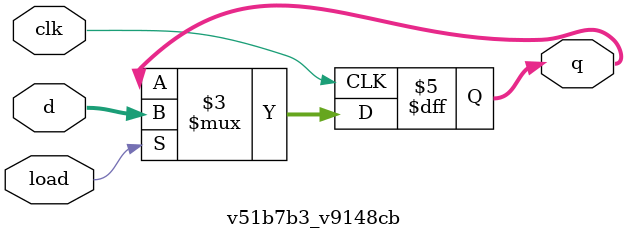
<source format=v>

`default_nettype none

module main #(
 parameter v6ee1a8 = 2,
 parameter vdc093e = 5,
 parameter vcc321e = 5,
 parameter v951217 = 5,
 parameter v6e1c38 = 1,
 parameter vbc0bbc = 0,
 parameter v421b28 = "v421b28.list",
 parameter v6bdaad = "v6bdaad.list",
 parameter v6f9858 = 160,
 parameter v6bdce1 = 990,
 parameter v276dbe = 80,
 parameter v53ff1e = 160,
 parameter v0704cc = "v0704cc.list",
 parameter v0846ea = 880,
 parameter v7090a7 = "v7090a7.list",
 parameter vb9afdf = 80,
 parameter v9f7f3b = 0,
 parameter v9f3ce8 = 830,
 parameter vbb0639 = 0,
 parameter v8f32d8 = 2,
 parameter vdf0d80 = 750,
 parameter va9c16b = 660,
 parameter v134966 = 622,
 parameter v42c6c0 = 554,
 parameter v932d72 = "v932d72.list",
 parameter v910b08 = "v910b08.list",
 parameter v3f0b2a = 160,
 parameter vc7a5d2 = 0,
 parameter v077173 = 160,
 parameter vd4ab85 = 80,
 parameter ve14fd6 = 80,
 parameter v354027 = "v354027.list",
 parameter v2436cf = 0,
 parameter v272d22 = 0,
 parameter vfccb12 = "vfccb12.list"
) (
 input vecd634,
 input vclk,
 output v361765,
 output v06e9b7,
 output vc16043,
 output v2ff3d8,
 output v3fa45d,
 output v3a1698,
 output v680eee,
 output v59bc8e,
 output v20f3ff,
 output v67ba1a,
 output v199360,
 output va2e0dd,
 output v315fec,
 output v8f1c8e,
 output v3427b0,
 output v493d2f,
 output v259d3d,
 output [0:7] vinit
);
 localparam p0 = vbc0bbc;
 localparam p2 = v6e1c38;
 localparam p12 = v7090a7;
 localparam p21 = v0704cc;
 localparam p22 = v354027;
 localparam p23 = vfccb12;
 localparam p28 = v6f9858;
 localparam p33 = v421b28;
 localparam p34 = v6bdaad;
 localparam p35 = v932d72;
 localparam p36 = v910b08;
 localparam p38 = v2436cf;
 localparam p39 = vbb0639;
 localparam p41 = v9f7f3b;
 localparam p43 = v272d22;
 localparam p47 = v276dbe;
 localparam p48 = vd4ab85;
 localparam p51 = vb9afdf;
 localparam p54 = ve14fd6;
 localparam p59 = v3f0b2a;
 localparam p62 = v53ff1e;
 localparam p65 = v077173;
 localparam p68 = v6ee1a8;
 localparam p69 = vdc093e;
 localparam p72 = vdc093e;
 localparam p76 = vcc321e;
 localparam p80 = vcc321e;
 localparam p81 = v951217;
 localparam p84 = v951217;
 localparam p91 = vc7a5d2;
 localparam p95 = v42c6c0;
 localparam p97 = v134966;
 localparam p99 = va9c16b;
 localparam p101 = vdf0d80;
 localparam p103 = v9f3ce8;
 localparam p105 = v0846ea;
 localparam p107 = v6bdce1;
 localparam p109 = v8f32d8;
 wire w1;
 wire w3;
 wire w4;
 wire w5;
 wire w6;
 wire w7;
 wire w8;
 wire w9;
 wire [0:7] w10;
 wire [0:7] w11;
 wire w13;
 wire w14;
 wire w15;
 wire w16;
 wire w17;
 wire w18;
 wire [0:7] w19;
 wire [0:7] w20;
 wire w24;
 wire [0:7] w25;
 wire w26;
 wire [0:7] w27;
 wire w29;
 wire w30;
 wire w31;
 wire w32;
 wire [0:7] w37;
 wire [0:7] w40;
 wire [0:7] w42;
 wire [0:7] w44;
 wire [0:7] w45;
 wire [0:7] w46;
 wire [0:7] w49;
 wire [0:7] w50;
 wire [0:7] w52;
 wire [0:7] w53;
 wire [0:7] w55;
 wire [0:7] w56;
 wire w57;
 wire w58;
 wire w60;
 wire w61;
 wire w63;
 wire w64;
 wire w66;
 wire w67;
 wire w70;
 wire [0:7] w71;
 wire w73;
 wire w74;
 wire w75;
 wire w77;
 wire w78;
 wire [0:7] w79;
 wire w82;
 wire [0:7] w83;
 wire w85;
 wire w86;
 wire w87;
 wire w88;
 wire w89;
 wire w90;
 wire w92;
 wire w93;
 wire w94;
 wire w96;
 wire w98;
 wire w100;
 wire w102;
 wire w104;
 wire w106;
 wire [0:2] w108;
 wire w110;
 wire [0:2] w111;
 wire w112;
 wire w113;
 wire w114;
 wire w115;
 wire w116;
 wire w117;
 wire w118;
 wire w119;
 wire w120;
 wire w121;
 wire w122;
 wire w123;
 wire w124;
 wire w125;
 wire w126;
 wire w127;
 wire w128;
 wire w129;
 wire w130;
 wire w131;
 wire w132;
 wire w133;
 wire w134;
 wire w135;
 wire w136;
 wire w137;
 wire w138;
 wire w139;
 wire w140;
 wire w141;
 wire w142;
 wire w143;
 wire w144;
 wire w145;
 wire w146;
 wire w147;
 wire w148;
 wire [0:3] w149;
 wire [0:3] w150;
 wire [0:3] w151;
 wire [0:3] w152;
 wire [0:3] w153;
 wire [0:3] w154;
 wire [0:3] w155;
 wire [0:3] w156;
 wire [0:3] w157;
 wire [0:1] w158;
 wire [0:1] w159;
 wire [0:1] w160;
 wire [0:1] w161;
 wire [0:1] w162;
 wire w163;
 wire [0:3] w164;
 wire [0:2] w165;
 wire w166;
 wire [0:3] w167;
 wire w168;
 wire [0:3] w169;
 wire [0:2] w170;
 wire [0:2] w171;
 wire w172;
 wire [0:3] w173;
 wire [0:2] w174;
 wire w175;
 wire w176;
 wire w177;
 wire w178;
 wire [0:3] w179;
 wire [0:3] w180;
 wire w181;
 wire w182;
 wire w183;
 wire w184;
 wire [0:3] w185;
 wire [0:3] w186;
 wire w187;
 wire w188;
 wire w189;
 wire w190;
 wire w191;
 wire w192;
 wire w193;
 wire w194;
 wire w195;
 wire w196;
 wire w197;
 wire w198;
 wire w199;
 wire w200;
 assign v06e9b7 = w4;
 assign v2ff3d8 = w5;
 assign v3a1698 = w6;
 assign v59bc8e = w7;
 assign v67ba1a = w8;
 assign va2e0dd = w9;
 assign vc16043 = w13;
 assign v3fa45d = w14;
 assign v680eee = w15;
 assign v20f3ff = w16;
 assign v199360 = w17;
 assign v315fec = w18;
 assign w24 = vecd634;
 assign v8f1c8e = w87;
 assign v493d2f = w88;
 assign v3427b0 = w89;
 assign v259d3d = w90;
 assign v361765 = w92;
 assign w112 = vclk;
 assign w113 = vclk;
 assign w114 = vclk;
 assign w115 = vclk;
 assign w116 = vclk;
 assign w117 = vclk;
 assign w118 = vclk;
 assign w119 = vclk;
 assign w120 = vclk;
 assign w121 = vclk;
 assign w122 = vclk;
 assign w123 = vclk;
 assign w124 = vclk;
 assign w125 = vclk;
 assign w126 = vclk;
 assign w127 = vclk;
 assign w128 = vclk;
 assign w129 = vclk;
 assign w130 = vclk;
 assign w131 = vclk;
 assign w132 = vclk;
 assign w133 = vclk;
 assign w134 = vclk;
 assign w135 = vclk;
 assign w136 = vclk;
 assign w137 = vclk;
 assign w138 = vclk;
 assign w139 = vclk;
 assign w140 = vclk;
 assign w141 = vclk;
 assign w142 = vclk;
 assign w143 = vclk;
 assign w144 = vclk;
 assign w145 = vclk;
 assign w146 = vclk;
 assign w147 = vclk;
 assign w148 = vclk;
 assign w75 = w74;
 assign w86 = w74;
 assign w86 = w75;
 assign w113 = w112;
 assign w114 = w112;
 assign w114 = w113;
 assign w115 = w112;
 assign w115 = w113;
 assign w115 = w114;
 assign w116 = w112;
 assign w116 = w113;
 assign w116 = w114;
 assign w116 = w115;
 assign w117 = w112;
 assign w117 = w113;
 assign w117 = w114;
 assign w117 = w115;
 assign w117 = w116;
 assign w118 = w112;
 assign w118 = w113;
 assign w118 = w114;
 assign w118 = w115;
 assign w118 = w116;
 assign w118 = w117;
 assign w119 = w112;
 assign w119 = w113;
 assign w119 = w114;
 assign w119 = w115;
 assign w119 = w116;
 assign w119 = w117;
 assign w119 = w118;
 assign w120 = w112;
 assign w120 = w113;
 assign w120 = w114;
 assign w120 = w115;
 assign w120 = w116;
 assign w120 = w117;
 assign w120 = w118;
 assign w120 = w119;
 assign w121 = w112;
 assign w121 = w113;
 assign w121 = w114;
 assign w121 = w115;
 assign w121 = w116;
 assign w121 = w117;
 assign w121 = w118;
 assign w121 = w119;
 assign w121 = w120;
 assign w122 = w112;
 assign w122 = w113;
 assign w122 = w114;
 assign w122 = w115;
 assign w122 = w116;
 assign w122 = w117;
 assign w122 = w118;
 assign w122 = w119;
 assign w122 = w120;
 assign w122 = w121;
 assign w123 = w112;
 assign w123 = w113;
 assign w123 = w114;
 assign w123 = w115;
 assign w123 = w116;
 assign w123 = w117;
 assign w123 = w118;
 assign w123 = w119;
 assign w123 = w120;
 assign w123 = w121;
 assign w123 = w122;
 assign w124 = w112;
 assign w124 = w113;
 assign w124 = w114;
 assign w124 = w115;
 assign w124 = w116;
 assign w124 = w117;
 assign w124 = w118;
 assign w124 = w119;
 assign w124 = w120;
 assign w124 = w121;
 assign w124 = w122;
 assign w124 = w123;
 assign w125 = w112;
 assign w125 = w113;
 assign w125 = w114;
 assign w125 = w115;
 assign w125 = w116;
 assign w125 = w117;
 assign w125 = w118;
 assign w125 = w119;
 assign w125 = w120;
 assign w125 = w121;
 assign w125 = w122;
 assign w125 = w123;
 assign w125 = w124;
 assign w126 = w112;
 assign w126 = w113;
 assign w126 = w114;
 assign w126 = w115;
 assign w126 = w116;
 assign w126 = w117;
 assign w126 = w118;
 assign w126 = w119;
 assign w126 = w120;
 assign w126 = w121;
 assign w126 = w122;
 assign w126 = w123;
 assign w126 = w124;
 assign w126 = w125;
 assign w127 = w112;
 assign w127 = w113;
 assign w127 = w114;
 assign w127 = w115;
 assign w127 = w116;
 assign w127 = w117;
 assign w127 = w118;
 assign w127 = w119;
 assign w127 = w120;
 assign w127 = w121;
 assign w127 = w122;
 assign w127 = w123;
 assign w127 = w124;
 assign w127 = w125;
 assign w127 = w126;
 assign w128 = w112;
 assign w128 = w113;
 assign w128 = w114;
 assign w128 = w115;
 assign w128 = w116;
 assign w128 = w117;
 assign w128 = w118;
 assign w128 = w119;
 assign w128 = w120;
 assign w128 = w121;
 assign w128 = w122;
 assign w128 = w123;
 assign w128 = w124;
 assign w128 = w125;
 assign w128 = w126;
 assign w128 = w127;
 assign w129 = w112;
 assign w129 = w113;
 assign w129 = w114;
 assign w129 = w115;
 assign w129 = w116;
 assign w129 = w117;
 assign w129 = w118;
 assign w129 = w119;
 assign w129 = w120;
 assign w129 = w121;
 assign w129 = w122;
 assign w129 = w123;
 assign w129 = w124;
 assign w129 = w125;
 assign w129 = w126;
 assign w129 = w127;
 assign w129 = w128;
 assign w130 = w112;
 assign w130 = w113;
 assign w130 = w114;
 assign w130 = w115;
 assign w130 = w116;
 assign w130 = w117;
 assign w130 = w118;
 assign w130 = w119;
 assign w130 = w120;
 assign w130 = w121;
 assign w130 = w122;
 assign w130 = w123;
 assign w130 = w124;
 assign w130 = w125;
 assign w130 = w126;
 assign w130 = w127;
 assign w130 = w128;
 assign w130 = w129;
 assign w131 = w112;
 assign w131 = w113;
 assign w131 = w114;
 assign w131 = w115;
 assign w131 = w116;
 assign w131 = w117;
 assign w131 = w118;
 assign w131 = w119;
 assign w131 = w120;
 assign w131 = w121;
 assign w131 = w122;
 assign w131 = w123;
 assign w131 = w124;
 assign w131 = w125;
 assign w131 = w126;
 assign w131 = w127;
 assign w131 = w128;
 assign w131 = w129;
 assign w131 = w130;
 assign w132 = w112;
 assign w132 = w113;
 assign w132 = w114;
 assign w132 = w115;
 assign w132 = w116;
 assign w132 = w117;
 assign w132 = w118;
 assign w132 = w119;
 assign w132 = w120;
 assign w132 = w121;
 assign w132 = w122;
 assign w132 = w123;
 assign w132 = w124;
 assign w132 = w125;
 assign w132 = w126;
 assign w132 = w127;
 assign w132 = w128;
 assign w132 = w129;
 assign w132 = w130;
 assign w132 = w131;
 assign w133 = w112;
 assign w133 = w113;
 assign w133 = w114;
 assign w133 = w115;
 assign w133 = w116;
 assign w133 = w117;
 assign w133 = w118;
 assign w133 = w119;
 assign w133 = w120;
 assign w133 = w121;
 assign w133 = w122;
 assign w133 = w123;
 assign w133 = w124;
 assign w133 = w125;
 assign w133 = w126;
 assign w133 = w127;
 assign w133 = w128;
 assign w133 = w129;
 assign w133 = w130;
 assign w133 = w131;
 assign w133 = w132;
 assign w134 = w112;
 assign w134 = w113;
 assign w134 = w114;
 assign w134 = w115;
 assign w134 = w116;
 assign w134 = w117;
 assign w134 = w118;
 assign w134 = w119;
 assign w134 = w120;
 assign w134 = w121;
 assign w134 = w122;
 assign w134 = w123;
 assign w134 = w124;
 assign w134 = w125;
 assign w134 = w126;
 assign w134 = w127;
 assign w134 = w128;
 assign w134 = w129;
 assign w134 = w130;
 assign w134 = w131;
 assign w134 = w132;
 assign w134 = w133;
 assign w135 = w112;
 assign w135 = w113;
 assign w135 = w114;
 assign w135 = w115;
 assign w135 = w116;
 assign w135 = w117;
 assign w135 = w118;
 assign w135 = w119;
 assign w135 = w120;
 assign w135 = w121;
 assign w135 = w122;
 assign w135 = w123;
 assign w135 = w124;
 assign w135 = w125;
 assign w135 = w126;
 assign w135 = w127;
 assign w135 = w128;
 assign w135 = w129;
 assign w135 = w130;
 assign w135 = w131;
 assign w135 = w132;
 assign w135 = w133;
 assign w135 = w134;
 assign w136 = w112;
 assign w136 = w113;
 assign w136 = w114;
 assign w136 = w115;
 assign w136 = w116;
 assign w136 = w117;
 assign w136 = w118;
 assign w136 = w119;
 assign w136 = w120;
 assign w136 = w121;
 assign w136 = w122;
 assign w136 = w123;
 assign w136 = w124;
 assign w136 = w125;
 assign w136 = w126;
 assign w136 = w127;
 assign w136 = w128;
 assign w136 = w129;
 assign w136 = w130;
 assign w136 = w131;
 assign w136 = w132;
 assign w136 = w133;
 assign w136 = w134;
 assign w136 = w135;
 assign w137 = w112;
 assign w137 = w113;
 assign w137 = w114;
 assign w137 = w115;
 assign w137 = w116;
 assign w137 = w117;
 assign w137 = w118;
 assign w137 = w119;
 assign w137 = w120;
 assign w137 = w121;
 assign w137 = w122;
 assign w137 = w123;
 assign w137 = w124;
 assign w137 = w125;
 assign w137 = w126;
 assign w137 = w127;
 assign w137 = w128;
 assign w137 = w129;
 assign w137 = w130;
 assign w137 = w131;
 assign w137 = w132;
 assign w137 = w133;
 assign w137 = w134;
 assign w137 = w135;
 assign w137 = w136;
 assign w138 = w112;
 assign w138 = w113;
 assign w138 = w114;
 assign w138 = w115;
 assign w138 = w116;
 assign w138 = w117;
 assign w138 = w118;
 assign w138 = w119;
 assign w138 = w120;
 assign w138 = w121;
 assign w138 = w122;
 assign w138 = w123;
 assign w138 = w124;
 assign w138 = w125;
 assign w138 = w126;
 assign w138 = w127;
 assign w138 = w128;
 assign w138 = w129;
 assign w138 = w130;
 assign w138 = w131;
 assign w138 = w132;
 assign w138 = w133;
 assign w138 = w134;
 assign w138 = w135;
 assign w138 = w136;
 assign w138 = w137;
 assign w139 = w112;
 assign w139 = w113;
 assign w139 = w114;
 assign w139 = w115;
 assign w139 = w116;
 assign w139 = w117;
 assign w139 = w118;
 assign w139 = w119;
 assign w139 = w120;
 assign w139 = w121;
 assign w139 = w122;
 assign w139 = w123;
 assign w139 = w124;
 assign w139 = w125;
 assign w139 = w126;
 assign w139 = w127;
 assign w139 = w128;
 assign w139 = w129;
 assign w139 = w130;
 assign w139 = w131;
 assign w139 = w132;
 assign w139 = w133;
 assign w139 = w134;
 assign w139 = w135;
 assign w139 = w136;
 assign w139 = w137;
 assign w139 = w138;
 assign w140 = w112;
 assign w140 = w113;
 assign w140 = w114;
 assign w140 = w115;
 assign w140 = w116;
 assign w140 = w117;
 assign w140 = w118;
 assign w140 = w119;
 assign w140 = w120;
 assign w140 = w121;
 assign w140 = w122;
 assign w140 = w123;
 assign w140 = w124;
 assign w140 = w125;
 assign w140 = w126;
 assign w140 = w127;
 assign w140 = w128;
 assign w140 = w129;
 assign w140 = w130;
 assign w140 = w131;
 assign w140 = w132;
 assign w140 = w133;
 assign w140 = w134;
 assign w140 = w135;
 assign w140 = w136;
 assign w140 = w137;
 assign w140 = w138;
 assign w140 = w139;
 assign w141 = w112;
 assign w141 = w113;
 assign w141 = w114;
 assign w141 = w115;
 assign w141 = w116;
 assign w141 = w117;
 assign w141 = w118;
 assign w141 = w119;
 assign w141 = w120;
 assign w141 = w121;
 assign w141 = w122;
 assign w141 = w123;
 assign w141 = w124;
 assign w141 = w125;
 assign w141 = w126;
 assign w141 = w127;
 assign w141 = w128;
 assign w141 = w129;
 assign w141 = w130;
 assign w141 = w131;
 assign w141 = w132;
 assign w141 = w133;
 assign w141 = w134;
 assign w141 = w135;
 assign w141 = w136;
 assign w141 = w137;
 assign w141 = w138;
 assign w141 = w139;
 assign w141 = w140;
 assign w142 = w112;
 assign w142 = w113;
 assign w142 = w114;
 assign w142 = w115;
 assign w142 = w116;
 assign w142 = w117;
 assign w142 = w118;
 assign w142 = w119;
 assign w142 = w120;
 assign w142 = w121;
 assign w142 = w122;
 assign w142 = w123;
 assign w142 = w124;
 assign w142 = w125;
 assign w142 = w126;
 assign w142 = w127;
 assign w142 = w128;
 assign w142 = w129;
 assign w142 = w130;
 assign w142 = w131;
 assign w142 = w132;
 assign w142 = w133;
 assign w142 = w134;
 assign w142 = w135;
 assign w142 = w136;
 assign w142 = w137;
 assign w142 = w138;
 assign w142 = w139;
 assign w142 = w140;
 assign w142 = w141;
 assign w143 = w112;
 assign w143 = w113;
 assign w143 = w114;
 assign w143 = w115;
 assign w143 = w116;
 assign w143 = w117;
 assign w143 = w118;
 assign w143 = w119;
 assign w143 = w120;
 assign w143 = w121;
 assign w143 = w122;
 assign w143 = w123;
 assign w143 = w124;
 assign w143 = w125;
 assign w143 = w126;
 assign w143 = w127;
 assign w143 = w128;
 assign w143 = w129;
 assign w143 = w130;
 assign w143 = w131;
 assign w143 = w132;
 assign w143 = w133;
 assign w143 = w134;
 assign w143 = w135;
 assign w143 = w136;
 assign w143 = w137;
 assign w143 = w138;
 assign w143 = w139;
 assign w143 = w140;
 assign w143 = w141;
 assign w143 = w142;
 assign w144 = w112;
 assign w144 = w113;
 assign w144 = w114;
 assign w144 = w115;
 assign w144 = w116;
 assign w144 = w117;
 assign w144 = w118;
 assign w144 = w119;
 assign w144 = w120;
 assign w144 = w121;
 assign w144 = w122;
 assign w144 = w123;
 assign w144 = w124;
 assign w144 = w125;
 assign w144 = w126;
 assign w144 = w127;
 assign w144 = w128;
 assign w144 = w129;
 assign w144 = w130;
 assign w144 = w131;
 assign w144 = w132;
 assign w144 = w133;
 assign w144 = w134;
 assign w144 = w135;
 assign w144 = w136;
 assign w144 = w137;
 assign w144 = w138;
 assign w144 = w139;
 assign w144 = w140;
 assign w144 = w141;
 assign w144 = w142;
 assign w144 = w143;
 assign w145 = w112;
 assign w145 = w113;
 assign w145 = w114;
 assign w145 = w115;
 assign w145 = w116;
 assign w145 = w117;
 assign w145 = w118;
 assign w145 = w119;
 assign w145 = w120;
 assign w145 = w121;
 assign w145 = w122;
 assign w145 = w123;
 assign w145 = w124;
 assign w145 = w125;
 assign w145 = w126;
 assign w145 = w127;
 assign w145 = w128;
 assign w145 = w129;
 assign w145 = w130;
 assign w145 = w131;
 assign w145 = w132;
 assign w145 = w133;
 assign w145 = w134;
 assign w145 = w135;
 assign w145 = w136;
 assign w145 = w137;
 assign w145 = w138;
 assign w145 = w139;
 assign w145 = w140;
 assign w145 = w141;
 assign w145 = w142;
 assign w145 = w143;
 assign w145 = w144;
 assign w146 = w112;
 assign w146 = w113;
 assign w146 = w114;
 assign w146 = w115;
 assign w146 = w116;
 assign w146 = w117;
 assign w146 = w118;
 assign w146 = w119;
 assign w146 = w120;
 assign w146 = w121;
 assign w146 = w122;
 assign w146 = w123;
 assign w146 = w124;
 assign w146 = w125;
 assign w146 = w126;
 assign w146 = w127;
 assign w146 = w128;
 assign w146 = w129;
 assign w146 = w130;
 assign w146 = w131;
 assign w146 = w132;
 assign w146 = w133;
 assign w146 = w134;
 assign w146 = w135;
 assign w146 = w136;
 assign w146 = w137;
 assign w146 = w138;
 assign w146 = w139;
 assign w146 = w140;
 assign w146 = w141;
 assign w146 = w142;
 assign w146 = w143;
 assign w146 = w144;
 assign w146 = w145;
 assign w147 = w112;
 assign w147 = w113;
 assign w147 = w114;
 assign w147 = w115;
 assign w147 = w116;
 assign w147 = w117;
 assign w147 = w118;
 assign w147 = w119;
 assign w147 = w120;
 assign w147 = w121;
 assign w147 = w122;
 assign w147 = w123;
 assign w147 = w124;
 assign w147 = w125;
 assign w147 = w126;
 assign w147 = w127;
 assign w147 = w128;
 assign w147 = w129;
 assign w147 = w130;
 assign w147 = w131;
 assign w147 = w132;
 assign w147 = w133;
 assign w147 = w134;
 assign w147 = w135;
 assign w147 = w136;
 assign w147 = w137;
 assign w147 = w138;
 assign w147 = w139;
 assign w147 = w140;
 assign w147 = w141;
 assign w147 = w142;
 assign w147 = w143;
 assign w147 = w144;
 assign w147 = w145;
 assign w147 = w146;
 assign w148 = w112;
 assign w148 = w113;
 assign w148 = w114;
 assign w148 = w115;
 assign w148 = w116;
 assign w148 = w117;
 assign w148 = w118;
 assign w148 = w119;
 assign w148 = w120;
 assign w148 = w121;
 assign w148 = w122;
 assign w148 = w123;
 assign w148 = w124;
 assign w148 = w125;
 assign w148 = w126;
 assign w148 = w127;
 assign w148 = w128;
 assign w148 = w129;
 assign w148 = w130;
 assign w148 = w131;
 assign w148 = w132;
 assign w148 = w133;
 assign w148 = w134;
 assign w148 = w135;
 assign w148 = w136;
 assign w148 = w137;
 assign w148 = w138;
 assign w148 = w139;
 assign w148 = w140;
 assign w148 = w141;
 assign w148 = w142;
 assign w148 = w143;
 assign w148 = w144;
 assign w148 = w145;
 assign w148 = w146;
 assign w148 = w147;
 assign w150 = w149;
 assign w151 = w149;
 assign w151 = w150;
 assign w152 = w149;
 assign w152 = w150;
 assign w152 = w151;
 assign w153 = w149;
 assign w153 = w150;
 assign w153 = w151;
 assign w153 = w152;
 assign w154 = w149;
 assign w154 = w150;
 assign w154 = w151;
 assign w154 = w152;
 assign w154 = w153;
 assign w155 = w149;
 assign w155 = w150;
 assign w155 = w151;
 assign w155 = w152;
 assign w155 = w153;
 assign w155 = w154;
 assign w156 = w149;
 assign w156 = w150;
 assign w156 = w151;
 assign w156 = w152;
 assign w156 = w153;
 assign w156 = w154;
 assign w156 = w155;
 assign w157 = w149;
 assign w157 = w150;
 assign w157 = w151;
 assign w157 = w152;
 assign w157 = w153;
 assign w157 = w154;
 assign w157 = w155;
 assign w157 = w156;
 assign w159 = w158;
 assign w160 = w158;
 assign w160 = w159;
 assign w162 = w161;
 assign w188 = w187;
 assign w189 = w187;
 assign w189 = w188;
 assign w190 = w187;
 assign w190 = w188;
 assign w190 = w189;
 assign w191 = w187;
 assign w191 = w188;
 assign w191 = w189;
 assign w191 = w190;
 assign w193 = w192;
 assign w194 = w192;
 assign w194 = w193;
 assign w196 = w195;
 assign w197 = w195;
 assign w197 = w196;
 assign w198 = w195;
 assign w198 = w196;
 assign w198 = w197;
 assign w200 = w199;
 vb717c8 v6d4411 (
  .vcc8c7c(w27),
  .v75197e(w149),
  .v9e11d8(w158),
  .v7e15b2(w161)
 );
 vb9ce14 va82d96 (
  .v6a1cbe(w24),
  .v2d03ef(w25),
  .v6a2ebd(w26),
  .v7114a9(w112)
 );
 v01f76a v9fcb7d (
  .va25221(w4),
  .v42d916(w5),
  .v258882(w6),
  .vc7d755(w7),
  .v8e5326(w8),
  .vf22350(w9),
  .vd94b05(w10),
  .vd720df(w11),
  .v62ce62(w113),
  .vded3a6(w166),
  .v9c96ea(w172)
 );
 vf05b5a #(
  .v16d6b8(p0)
 ) v6a713d (
  .v18e78c(w1),
  .v320bf6(w159)
 );
 vfa0a5e v5f4467 (
  .v41eb95(w114),
  .v565097(w150),
  .va632a5(w167),
  .vf892a0(w176)
 );
 vfa0a5e v491780 (
  .v41eb95(w115),
  .v565097(w151),
  .va632a5(w164),
  .vf892a0(w177)
 );
 vfa0a5e v06be19 (
  .v41eb95(w116),
  .v565097(w157),
  .vf892a0(w184),
  .va632a5(w186)
 );
 vfa0a5e vd3d6e9 (
  .v41eb95(w117),
  .v565097(w153),
  .va632a5(w169),
  .vf892a0(w175)
 );
 vfa0a5e v8c2d70 (
  .v41eb95(w118),
  .v565097(w156),
  .vf892a0(w181),
  .va632a5(w185)
 );
 vfa0a5e ve80146 (
  .v41eb95(w119),
  .v565097(w152),
  .va632a5(w173),
  .vf892a0(w178)
 );
 vfa0a5e v914d0d (
  .v41eb95(w120),
  .v565097(w154),
  .va632a5(w180),
  .vf892a0(w182)
 );
 vfa0a5e v853f0b (
  .v41eb95(w121),
  .v565097(w155),
  .va632a5(w179),
  .vf892a0(w183)
 );
 v9d1e02 vba1673 (
  .v27dec4(w1),
  .vdd3098(w161),
  .ve48246(w175),
  .vd53c9c(w176),
  .v8b3e73(w177),
  .v030ad0(w178)
 );
 vf05b5a #(
  .v16d6b8(p2)
 ) v85f66e (
  .v18e78c(w3),
  .v320bf6(w160)
 );
 v9d1e02 v02bbff (
  .v27dec4(w3),
  .vdd3098(w162),
  .ve48246(w181),
  .v8b3e73(w182),
  .vd53c9c(w183),
  .v030ad0(w184)
 );
 v0fa073 v263c78 (
  .v3f8943(w166),
  .v5ab9a6(w167),
  .vacdbb0(w170)
 );
 v0fa073 v66c62b (
  .v3f8943(w172),
  .v5ab9a6(w173),
  .vacdbb0(w174)
 );
 v2a562b #(
  .vb36a78(p12)
 ) va63429 (
  .vfde47f(w10),
  .v851180(w170)
 );
 v2a562b #(
  .vb36a78(p21)
 ) v35df5a (
  .vfde47f(w11),
  .v851180(w174)
 );
 v0fa073 v92e6cd (
  .v3f8943(w163),
  .v5ab9a6(w164),
  .vacdbb0(w165)
 );
 v0fa073 v2f167e (
  .v3f8943(w168),
  .v5ab9a6(w169),
  .vacdbb0(w171)
 );
 v01f76a v6b7d7d (
  .va25221(w13),
  .v42d916(w14),
  .v258882(w15),
  .vc7d755(w16),
  .v8e5326(w17),
  .vf22350(w18),
  .vd94b05(w19),
  .vd720df(w20),
  .v62ce62(w122),
  .vded3a6(w163),
  .v9c96ea(w168)
 );
 v2a562b #(
  .vb36a78(p23)
 ) v0208f3 (
  .vfde47f(w19),
  .v851180(w165)
 );
 v2a562b #(
  .vb36a78(p22)
 ) v4a89f2 (
  .vfde47f(w20),
  .v851180(w171)
 );
 v89d234 v37ee8e (
  .v39f831(w25),
  .vf892a0(w26),
  .vb1c024(w27),
  .v41eb95(w123)
 );
 vb0ff9e v6c9bab (
  .v521369(w29),
  .vdd2008(w42),
  .vb277aa(w58),
  .v52ffe5(w87),
  .v2d4dc0(w124)
 );
 vb0ff9e v915712 (
  .v521369(w30),
  .vdd2008(w40),
  .vb277aa(w64),
  .v52ffe5(w88),
  .v2d4dc0(w125)
 );
 vb0ff9e v56d098 (
  .v521369(w31),
  .vdd2008(w44),
  .vb277aa(w61),
  .v52ffe5(w89),
  .v2d4dc0(w126)
 );
 vb0ff9e v763215 (
  .v521369(w32),
  .vdd2008(w37),
  .vb277aa(w67),
  .v52ffe5(w90),
  .v2d4dc0(w127)
 );
 v370a9c #(
  .vb36a78(p33)
 ) vcb46ab (
  .vfde47f(w45),
  .v851180(w179)
 );
 v370a9c #(
  .vb36a78(p34)
 ) v05081e (
  .vfde47f(w52),
  .v851180(w186)
 );
 v370a9c #(
  .vb36a78(p35)
 ) v03316e (
  .vfde47f(w49),
  .v851180(w180)
 );
 v370a9c #(
  .vb36a78(p36)
 ) v4fd5a8 (
  .vfde47f(w55),
  .v851180(w185)
 );
 vebfed3 #(
  .vfb06ae(p28)
 ) ve30416 (
  .v2a8434(w57),
  .vac0eb2(w128)
 );
 v725b7e vf14d0c (
  .v9fb85f(w29)
 );
 v725b7e va10650 (
  .v9fb85f(w30)
 );
 v725b7e v1e23de (
  .v9fb85f(w31)
 );
 v725b7e v902008 (
  .v9fb85f(w32)
 );
 v7d7474 #(
  .v8d305c(p38)
 ) v096197 (
  .v9c083a(w37),
  .ve41da3(w56)
 );
 v7d7474 #(
  .v8d305c(p39)
 ) v77dbc7 (
  .v9c083a(w40),
  .ve41da3(w53)
 );
 v7d7474 #(
  .v8d305c(p41)
 ) vf7d37b (
  .v9c083a(w42),
  .ve41da3(w46)
 );
 v7d7474 #(
  .v8d305c(p43)
 ) ve459dc (
  .v9c083a(w44),
  .ve41da3(w50)
 );
 vc97936 #(
  .v89e8bb(p47)
 ) v628929 (
  .vcf84db(w45),
  .v61ff7b(w46),
  .v6dda25(w129)
 );
 vc97936 #(
  .v89e8bb(p48)
 ) vaeb11f (
  .vcf84db(w49),
  .v61ff7b(w50),
  .v6dda25(w130)
 );
 vc97936 #(
  .v89e8bb(p51)
 ) v1512e6 (
  .vcf84db(w52),
  .v61ff7b(w53),
  .v6dda25(w131)
 );
 vc97936 #(
  .v89e8bb(p54)
 ) vdec873 (
  .vcf84db(w55),
  .v61ff7b(w56),
  .v6dda25(w132)
 );
 v7ebc90 v886c31 (
  .v0e28cb(w57),
  .vcbab45(w58),
  .v3ca442(w187)
 );
 vebfed3 #(
  .vfb06ae(p59)
 ) vc6d0ae (
  .v2a8434(w60),
  .vac0eb2(w133)
 );
 v7ebc90 v122ad7 (
  .v0e28cb(w60),
  .vcbab45(w61),
  .v3ca442(w192)
 );
 vebfed3 #(
  .vfb06ae(p62)
 ) v539320 (
  .v2a8434(w63),
  .vac0eb2(w134)
 );
 v7ebc90 vddaedb (
  .v0e28cb(w63),
  .vcbab45(w64),
  .v3ca442(w196)
 );
 vebfed3 #(
  .vfb06ae(p65)
 ) v5ae51a (
  .v2a8434(w66),
  .vac0eb2(w135)
 );
 v7ebc90 v25e624 (
  .v0e28cb(w66),
  .vcbab45(w67),
  .v3ca442(w199)
 );
 v725b7e vba1eda (
  .v9fb85f(w187)
 );
 ve13653 vfd56a1 (
  .vfa6171(w188),
  .v76af38(w193),
  .v7cacc4(w195),
  .veaecb5(w200)
 );
 vebfed3 #(
  .vfb06ae(p68)
 ) v1c83aa (
  .v2a8434(w74),
  .vac0eb2(w136)
 );
 v0a4cbd #(
  .v5e93d8(p69)
 ) vbd1867 (
  .v192113(w70),
  .v1e08cd(w71),
  .v83d2df(w73),
  .v3a9962(w137)
 );
 v725b7e va64121 (
  .v9fb85f(w70)
 );
 vca7316 #(
  .v6b316b(p72)
 ) v3be51e (
  .v40cb98(w71),
  .v18e78c(w195)
 );
 v7ebc90 vf18a5d (
  .vcbab45(w73),
  .v0e28cb(w74),
  .v3ca442(w189)
 );
 vf6999a v137f00 (
  .vfa6171(w75),
  .v7b40f2(w77),
  .v76af38(w190),
  .v7cacc4(w197)
 );
 v0a4cbd #(
  .v5e93d8(p76)
 ) v6d0ee3 (
  .v83d2df(w77),
  .v192113(w78),
  .v1e08cd(w79),
  .v3a9962(w138)
 );
 v725b7e vbdc891 (
  .v9fb85f(w78)
 );
 vca7316 #(
  .v6b316b(p80)
 ) v0476de (
  .v40cb98(w79),
  .v18e78c(w192)
 );
 v0a4cbd #(
  .v5e93d8(p81)
 ) vb8d7b7 (
  .v192113(w82),
  .v1e08cd(w83),
  .v83d2df(w85),
  .v3a9962(w139)
 );
 v725b7e vc51d74 (
  .v9fb85f(w82)
 );
 vca7316 #(
  .v6b316b(p84)
 ) vd4be7c (
  .v40cb98(w83),
  .v18e78c(w199)
 );
 ve13653 v65164f (
  .v7b40f2(w85),
  .vfa6171(w86),
  .veaecb5(w191),
  .v7cacc4(w194),
  .v76af38(w198)
 );
 v0e64bc #(
  .v207e0d(p91)
 ) v38bad8 (
  .v8337bc(w93),
  .v531e20(w140)
 );
 v29e716 va2e3fc (
  .v030ad0(w92),
  .vc5514b(w93),
  .vf1aa84(w94),
  .vb192d0(w96),
  .v27dec4(w98),
  .v1120f0(w100),
  .v109d95(w102),
  .v08eba1(w104),
  .v4bab7f(w106),
  .v2f1105(w108)
 );
 v0e64bc #(
  .v207e0d(p95)
 ) vd418ea (
  .v8337bc(w94),
  .v531e20(w141)
 );
 v0e64bc #(
  .v207e0d(p97)
 ) vb51e9f (
  .v8337bc(w96),
  .v531e20(w142)
 );
 v0e64bc #(
  .v207e0d(p99)
 ) v9a38f6 (
  .v8337bc(w98),
  .v531e20(w143)
 );
 v0e64bc #(
  .v207e0d(p101)
 ) v2b94e2 (
  .v8337bc(w100),
  .v531e20(w144)
 );
 v0e64bc #(
  .v207e0d(p103)
 ) vb8e037 (
  .v8337bc(w102),
  .v531e20(w145)
 );
 v0e64bc #(
  .v207e0d(p105)
 ) vbb91be (
  .v8337bc(w104),
  .v531e20(w146)
 );
 v0e64bc #(
  .v207e0d(p107)
 ) v9d02bf (
  .v8337bc(w106),
  .v531e20(w147)
 );
 v51b7b3 vb6a2ef (
  .vbd1561(w108),
  .vf892a0(w110),
  .v406ca2(w111),
  .v41eb95(w148)
 );
 vf05b5a #(
  .v16d6b8(p109)
 ) v33ee76 (
  .v18e78c(w110),
  .v320bf6(w158)
 );
 v0fa073 vcac609 (
  .vacdbb0(w111),
  .v5ab9a6(w149)
 );
 assign vinit = 8'b00000000;
endmodule

//---------------------------------------------------
//-- Protocol V1
//-- - - - - - - - - - - - - - - - - - - - - - - - --
//-- Extract information from the given byte following the communication format
//---------------------------------------------------
//---- Top entity
module vb717c8 (
 input [7:0] vcc8c7c,
 output [1:0] v9e11d8,
 output [1:0] v7e15b2,
 output [3:0] v75197e
);
 wire [0:7] w0;
 wire [0:1] w1;
 wire [0:1] w2;
 wire [0:3] w3;
 assign w0 = vcc8c7c;
 assign v9e11d8 = w1;
 assign v7e15b2 = w2;
 assign v75197e = w3;
 vb717c8_v9a2a06 v9a2a06 (
  .i(w0),
  .m(w1),
  .id(w2),
  .val(w3)
 );
endmodule

//---------------------------------------------------
//-- Protocol Splitter
//-- - - - - - - - - - - - - - - - - - - - - - - - --
//-- Convert input byte to protocol params
//---------------------------------------------------

module vb717c8_v9a2a06 (
 input [7:0] i,
 output [1:0] m,
 output [1:0] id,
 output [3:0] val
);
 assign m = i[7:6];
 assign id = i[5:4];
 assign val = i[3:0];
endmodule
//---- Top entity
module vb9ce14 #(
 parameter v47d474 = 115200
) (
 input v7114a9,
 input v6a1cbe,
 output [7:0] v2d03ef,
 output ve77bd8,
 output v6a2ebd
);
 localparam p4 = v47d474;
 wire w0;
 wire w1;
 wire [0:7] w2;
 wire w3;
 wire w5;
 assign w0 = v7114a9;
 assign w1 = v6a1cbe;
 assign v2d03ef = w2;
 assign v6a2ebd = w3;
 assign ve77bd8 = w5;
 vb9ce14_vf55761 #(
  .BAUD(p4)
 ) vf55761 (
  .clk(w0),
  .RX(w1),
  .data(w2),
  .rcv(w3),
  .busy(w5)
 );
endmodule

//---------------------------------------------------
//-- Serial-rx
//-- - - - - - - - - - - - - - - - - - - - - - - - --
//-- Receptor serie asíncrono. Velocidad por defecto: 115200 baudios
//---------------------------------------------------

module vb9ce14_vf55761 #(
 parameter BAUD = 0
) (
 input clk,
 input RX,
 output [7:0] data,
 output busy,
 output rcv
);
 //-- Constantes para obtener las velocidades estándares
 `define B115200 104 
 `define B57600  208
 `define B38400  313
 `define B19200  625
 `define B9600   1250
 `define B4800   2500
 `define B2400   5000
 `define B1200   10000
 `define B600    20000
 `define B300    40000
 
 //-- Constante para calcular los baudios
 localparam BAUDRATE = (BAUD==115200) ? `B115200 : //-- OK
                       (BAUD==57600)  ? `B57600  : //-- OK
                       (BAUD==38400)  ? `B38400  : //-- Ok
                       (BAUD==19200)  ? `B19200  : //-- OK
                       (BAUD==9600)   ? `B9600   : //-- OK
                       (BAUD==4800)   ? `B4800   : //-- OK 
                       (BAUD==2400)   ? `B2400   : //-- OK
                       (BAUD==1200)   ? `B1200   : //-- OK
                       (BAUD==600)    ? `B600    : //-- OK
                       (BAUD==300)    ? `B300    : //-- OK
                       `B115200 ;  //-- Por defecto 115200 baudios
 
 
 
 
 //-- Calcular el numero de bits para almacenar el divisor
 localparam N = $clog2(BAUDRATE);
 
 // Sincronizacion. Evitar 
 // problema de la metaestabilidad
 
 reg d1;
 reg din;
 
 always @(posedge clk)
  d1 <= RX;
  
 //-- Din contiene el dato serie de entrada listo para usarse   
 always @(posedge clk)
   din <= d1;
   
 //------ Detectar el bit de start: flanco de bajada en din
 
 //-- Registro temporal
 reg q_t0 = 0;
 
 always @(posedge clk)
   q_t0 <= din;
   
 //-- El cable din_fe es un "tic" que aparece cuando llega el flanco de 
 //-- bajada
 wire din_fe = (q_t0 & ~din);
 
 //-------- ESTADO DEL RECEPTOR
 
 //-- 0: Apagado. Esperando
 //-- 1: Encendido. Activo. Recibiendo dato
 reg state = 0;
 
 always @(posedge clk)
   //-- Se pasa al estado activo al detectar el flanco de bajada
   //-- del bit de start
   if (din_fe)
     state <= 1'b1;
     
   //-- Se pasa al estado inactivo al detectar la señal rst_state    
   else if (rst_state)
     state<=1'b0;
 
 //------------------ GENERADOR DE BAUDIOS -----------------------------
 //-- Se activa cuando el receptor está encendido
 
 
 //-- Calcular la mitad del divisor BAUDRATE/2
 localparam BAUD2 = (BAUDRATE >> 1);
 
 //-- Contador del sistema, para esperar un tiempo de  
 //-- medio bit (BAUD2)
 
 //-- NOTA: podria tener N-2 bits en principio
 reg [N-1: 0] div2counter = 0;
 
 //-- Se genera primero un retraso de BAUD/2
 //-- El proceso comienza cuando el estado pasa a 1
 
 always @(posedge clk)
 
   //-- Contar
   if (state) begin
     //-- Solo cuenta hasta BAUD2, luego  
     //-- se queda en ese valor hasta que
     //-- ena se desactiva
     if (div2counter < BAUD2) 
       div2counter <= div2counter + 1;
   end else
     div2counter <= 0;
 
 //-- Habilitar el generador de baudios principal
 //-- cuando termine este primer contador
 wire ena2 = (div2counter == BAUD2);
 
 
 //------ GENERADOR DE BAUDIOS PRINCIPAL
 
 //-- Contador para implementar el divisor
 //-- Es un contador modulo BAUDRATE
 reg [N-1:0] divcounter = 0;
 
 //-- Cable de reset para el contador
 wire reset;
 
 //-- Contador con reset
 always @(posedge clk)
   if (reset)
     divcounter <= 0;
   else
     divcounter <= divcounter + 1;
 
 //-- Esta señal contiene el tic
 wire ov = (divcounter == BAUDRATE-1);
 
 //-- Comparador que resetea el contador cuando se alcanza el tope
 assign reset = ov | (ena2 == 0);
 
 //-- El cable con el tic para capturar cada bit lo llamamos
 //-- bit_tic, y es la señal de overflow del contador
 wire bit_tic = ov;
 
 //-------- REGISTRO DE DESPLAZAMIENTO -----------
 //-- Es el componente que pasa los bits recibidos a paralelo
 //-- La señal de desplazamiento usada es bit_tic, pero sólo cuando  
 //-- estamos en estado de encendido (state==1)
 //-- Es un registro de 9 bits: 8 bits de datos + bit de stop
 //-- El bit de start no se almacena, es el que ha servido para
 //-- arrancar el receptor
 
 reg [8:0] sr = 0;
 
 always @(posedge clk)
   //-- Se captura el bit cuando llega y el receptor
   //-- esta activado
   if (bit_tic & state)
     sr <= {din, sr[8:1]};
     
 //-- El dato recibido se encuentran en los 8 bits menos significativos
 //-- una vez recibidos los 9 bits
 
 //-------- CONTADOR de bits recibidos
 
 //-- Internamente usamos un bit mas
 //-- (N+1) bits
 reg [4:0] cont = 0;
 
 always @(posedge clk)
 
   //-- El contador se pone a 0 si hay un overflow o 
   //-- el receptor está apagado 
   if ((state==0)| ov2)
     cont <= 0;
   else
     //-- Receptor activado: Si llega un bit se incrementa
     if (bit_tic)
       cont <= cont + 1;
       
 //-- Comprobar overflow
 wire ov2 = (cont == 9);
     
 //-- Esta señal de overflow indica el final de la recepción
 wire fin = ov2;
 
 //-- Se conecta al reset el biestable de estado
 wire rst_state = fin;
 
 //----- REGISTRO DE DATOS -------------------
 //-- Registro de 8 bits que almacena el dato final
 
 //-- Bus de salida con el dato recibido
 reg data = 0;
 
 always @(posedge clk)
 
   //-- Si se ha recibido el ultimo bit, capturamos el dato
   //-- que se encuentra en los 8 bits de menor peso del
   //-- registro de desplazamiento
   if (fin)
     data <= sr[7:0];
 
 //-- Comunicar que se ha recibido un dato
 //-- Tic de dato recibido
 reg rcv = 0;
 always @(posedge clk)
   rcv <= fin;
 
 //-- La señal de busy es directamente el estado del receptor
 assign busy = state;
 
 
endmodule
//---- Top entity
module v01f76a #(
 parameter vcb6012 = 100
) (
 input v62ce62,
 input [7:0] vd94b05,
 input [7:0] vd720df,
 input vded3a6,
 input v9c96ea,
 output va25221,
 output v42d916,
 output v258882,
 output vc7d755,
 output v8e5326,
 output vf22350
);
 localparam p9 = vcb6012;
 wire w0;
 wire w1;
 wire w2;
 wire w3;
 wire w4;
 wire w5;
 wire [0:7] w6;
 wire w7;
 wire w8;
 wire w10;
 wire [0:7] w11;
 wire w12;
 wire w13;
 wire w14;
 wire w15;
 assign vc7d755 = w0;
 assign w1 = vded3a6;
 assign v258882 = w2;
 assign w2 = vded3a6;
 assign vf22350 = w3;
 assign w4 = v9c96ea;
 assign w5 = v9c96ea;
 assign v8e5326 = w5;
 assign w6 = vd94b05;
 assign va25221 = w7;
 assign w11 = vd720df;
 assign v42d916 = w12;
 assign w13 = v62ce62;
 assign w14 = v62ce62;
 assign w15 = v62ce62;
 assign w2 = w1;
 assign w5 = w4;
 assign w10 = w8;
 assign w14 = w13;
 assign w15 = w13;
 assign w15 = w14;
 v3676a0 v97019e (
  .vcbab45(w0),
  .v0e28cb(w1)
 );
 v3676a0 v0b42df (
  .vcbab45(w3),
  .v0e28cb(w4)
 );
 v6b9ecc v83319c (
  .v676bcb(w6),
  .vdec06b(w7),
  .vc03fca(w8),
  .v8d0ca6(w13)
 );
 v0e64bc #(
  .v207e0d(p9)
 ) ve1ab87 (
  .v8337bc(w8),
  .v531e20(w14)
 );
 v6b9ecc vfd10af (
  .vc03fca(w10),
  .v676bcb(w11),
  .vdec06b(w12),
  .v8d0ca6(w15)
 );
endmodule

//---------------------------------------------------
//-- pwm-2bits CLONE
//-- - - - - - - - - - - - - - - - - - - - - - - - --
//-- Señal pwm de 2 bits (4 niveles)
//---------------------------------------------------
//---- Top entity
module v3676a0 (
 input v0e28cb,
 output vcbab45
);
 wire w0;
 wire w1;
 assign w0 = v0e28cb;
 assign vcbab45 = w1;
 v3676a0_vd54ca1 vd54ca1 (
  .a(w0),
  .q(w1)
 );
endmodule

//---------------------------------------------------
//-- NOT
//-- - - - - - - - - - - - - - - - - - - - - - - - --
//-- NOT gate (Verilog implementation)
//---------------------------------------------------

module v3676a0_vd54ca1 (
 input a,
 output q
);
 //-- NOT Gate
 assign q = ~a;
 
 
endmodule
//---- Top entity
module v6b9ecc #(
 parameter v103dea = 0
) (
 input v8d0ca6,
 input [7:0] v676bcb,
 input vc03fca,
 output vdec06b
);
 localparam p3 = v103dea;
 wire w0;
 wire w1;
 wire w2;
 wire [0:7] w4;
 assign w0 = v8d0ca6;
 assign w1 = vc03fca;
 assign vdec06b = w2;
 assign w4 = v676bcb;
 v6b9ecc_vfd72d5 #(
  .P(p3)
 ) vfd72d5 (
  .clk(w0),
  .write(w1),
  .pwm(w2),
  .w(w4)
 );
endmodule

//---------------------------------------------------
//-- pwm-8bits
//-- - - - - - - - - - - - - - - - - - - - - - - - --
//-- Señal pwm de 8 bits (256 niveles)
//---------------------------------------------------

module v6b9ecc_vfd72d5 #(
 parameter P = 0
) (
 input clk,
 input [7:0] w,
 input write,
 output pwm
);
 //-- Parámetro P: Número de bits del prescaler
 //-- (P = 0 para no usar prescaler)
 
 //-- Bits para el nivel
 localparam N = 8;
 
 //-- Contador principal
 //-- Tamaño: Bits anchura + Prescaler (P)
 localparam C = N + P;
 
 reg [C-1:0] counter = 0;
 always @(posedge clk)
   counter <= counter + 1;
 
 //-- Detectar el comienzo de un ciclo nuevo:
 //-- cuando hay un flanco de bajada en el bit de  
 //-- mayor peso (C-1)
 
 reg q = 0;
 always @(posedge clk)
   q <= counter[C-1];
  
 //-- Cuando cycle_begin es 1, indica que comienza
 //-- un nuevo ciclo
 wire cycle_begin = q & ~counter[C-1];
   
 //-- Registro W: Almacena la anchura actual
 reg [N-1:0] reg_w = 0;
 
 always @(posedge clk)
   //-- Se carga en cada nuevo ciclo de pwm
   if (cycle_begin)
     reg_w <= reg_buf;
 
 //-- Registro buffer. Es donde se almacena la anchura
 //-- introducida por el usuario mientras llega un  
 //-- nuevo ciclo de pwm, y se pueda cargar en el  
 //-- registro w
 reg [N-1:0] reg_buf = 0;
 
 always @(posedge clk)
   //-- Se actualiza cuando llega un dato nuevo
   if (write)
     reg_buf <= w;
 
 //-- Salida del pwm: comparador
 wire pwm_t = (counter[C-1:C-N] < w);
 
 reg pwm = 0;
 //-- Registrar la salida del pwm
 always @(posedge clk)
   pwm <= pwm_t;
 
 
endmodule
//---- Top entity
module v0e64bc #(
 parameter v207e0d = 1
) (
 input v531e20,
 output v8337bc
);
 localparam p2 = v207e0d;
 wire w0;
 wire w1;
 assign v8337bc = w0;
 assign w1 = v531e20;
 v0e64bc_v94c6d7 #(
  .HZ(p2)
 ) v94c6d7 (
  .clk_o(w0),
  .clk(w1)
 );
endmodule

//---------------------------------------------------
//-- Corazon_Hz
//-- - - - - - - - - - - - - - - - - - - - - - - - --
//-- Corazon genérico para bombear bits a la frecuencia fijada en Hz (por defecto 1Hz)
//---------------------------------------------------

module v0e64bc_v94c6d7 #(
 parameter HZ = 0
) (
 input clk,
 output clk_o
);
 
 //parameter HZ=1;
 
 //-- Constante para dividir y obtener una frecuencia de 1Hz
 localparam M = 12000000/HZ;
 
 //-- Calcular el numero de bits para almacenar M
 localparam N = $clog2(M);
 
 //-- Registro del divisor
 reg [N-1:0] divcounter;
 
 //-- Temporal clock
 reg clk_t = 0;
 
 //-- Se usa un contador modulo M/2 para luego
 //-- pasarlo por un biestable T y dividir la frecuencia
 //-- entre 2, para que el ciclo de trabajo sea del 50%
 always @(posedge clk)
     if (divcounter == M/2) begin
       clk_t <= 1;
       divcounter = 0;
     end 
     else begin
       divcounter <=  divcounter + 1;
       clk_t = 0;
     end 
   
 reg clk_o = 0;  
     
 //-- Biestable T para obtener ciclo de trabajo del 50%
 always @(posedge clk)
   if (clk_t)
     clk_o <= ~clk_o;
 
endmodule
//---- Top entity
module vf05b5a #(
 parameter v16d6b8 = 0
) (
 input [1:0] v320bf6,
 output v18e78c
);
 localparam p1 = v16d6b8;
 wire w0;
 wire [0:1] w2;
 assign v18e78c = w0;
 assign w2 = v320bf6;
 vf05b5a_vd75681 #(
  .B(p1)
 ) vd75681 (
  .eq(w0),
  .a(w2)
 );
endmodule

//---------------------------------------------------
//-- Igual-1-op
//-- - - - - - - - - - - - - - - - - - - - - - - - --
//-- Comparador de igualdad, de un operando de 2 bits
//---------------------------------------------------

module vf05b5a_vd75681 #(
 parameter B = 0
) (
 input [1:0] a,
 output eq
);
 assign eq = (a == B);
endmodule
//---- Top entity
module vfa0a5e #(
 parameter v422d28 = 0
) (
 input v41eb95,
 input [3:0] v565097,
 input vf892a0,
 output [3:0] va632a5
);
 localparam p0 = v422d28;
 wire w1;
 wire w2;
 wire [0:3] w3;
 wire [0:3] w4;
 assign w1 = vf892a0;
 assign w2 = v41eb95;
 assign w3 = v565097;
 assign va632a5 = w4;
 vfa0a5e_v9148cb #(
  .INI(p0)
 ) v9148cb (
  .load(w1),
  .clk(w2),
  .d(w3),
  .q(w4)
 );
endmodule

//---------------------------------------------------
//-- Registro
//-- - - - - - - - - - - - - - - - - - - - - - - - --
//-- Registro de 4 bits
//---------------------------------------------------

module vfa0a5e_v9148cb #(
 parameter INI = 0
) (
 input clk,
 input [3:0] d,
 input load,
 output [3:0] q
);
 localparam N = 4;
 
 reg [N-1:0] q = INI;
 
 always @(posedge clk)
   if (load)
     q <= d;
endmodule
//---- Top entity
module v9d1e02 (
 input v27dec4,
 input [1:0] vdd3098,
 output ve48246,
 output v8b3e73,
 output v030ad0,
 output vd53c9c
);
 wire [0:1] w0;
 wire w1;
 wire w2;
 wire w3;
 wire w4;
 wire w5;
 wire w6;
 wire w7;
 wire w8;
 wire w9;
 wire w10;
 assign w0 = vdd3098;
 assign ve48246 = w2;
 assign v8b3e73 = w3;
 assign v030ad0 = w4;
 assign vd53c9c = w5;
 assign w9 = v27dec4;
 assign w8 = w7;
 v6307bd v1f4fa3 (
  .v27dec4(w1),
  .v030ad0(w2),
  .vd53c9c(w3),
  .vb192d0(w7)
 );
 v6307bd vaaa5ae (
  .v030ad0(w1),
  .vd53c9c(w6),
  .v27dec4(w9),
  .vb192d0(w10)
 );
 v0dbcb9 v3f8f83 (
  .v8b19dd(w0),
  .v64d863(w7),
  .v3f8943(w10)
 );
 v6307bd va8aa75 (
  .v030ad0(w4),
  .vd53c9c(w5),
  .v27dec4(w6),
  .vb192d0(w8)
 );
endmodule

//---------------------------------------------------
//-- DeMux-1-4
//-- - - - - - - - - - - - - - - - - - - - - - - - --
//-- 1-to-4 DeMultplexer (1-bit channels)
//---------------------------------------------------
//---- Top entity
module v6307bd (
 input v27dec4,
 input vb192d0,
 output v030ad0,
 output vd53c9c
);
 wire w0;
 wire w1;
 wire w2;
 wire w3;
 wire w4;
 wire w5;
 wire w6;
 assign v030ad0 = w0;
 assign vd53c9c = w1;
 assign w3 = v27dec4;
 assign w4 = v27dec4;
 assign w5 = vb192d0;
 assign w6 = vb192d0;
 assign w4 = w3;
 assign w6 = w5;
 vba518e vb523bf (
  .vcbab45(w0),
  .v0e28cb(w3),
  .v3ca442(w6)
 );
 v3676a0 vde5c93 (
  .vcbab45(w2),
  .v0e28cb(w5)
 );
 vba518e vf65161 (
  .vcbab45(w1),
  .v3ca442(w2),
  .v0e28cb(w4)
 );
endmodule

//---------------------------------------------------
//-- DeMux-1-2
//-- - - - - - - - - - - - - - - - - - - - - - - - --
//-- 1-to-2 DeMultplexer (1-bit channels)
//---------------------------------------------------
//---- Top entity
module vba518e (
 input v0e28cb,
 input v3ca442,
 output vcbab45
);
 wire w0;
 wire w1;
 wire w2;
 assign w0 = v0e28cb;
 assign w1 = v3ca442;
 assign vcbab45 = w2;
 vba518e_vf4938a vf4938a (
  .a(w0),
  .b(w1),
  .c(w2)
 );
endmodule

//---------------------------------------------------
//-- AND2
//-- - - - - - - - - - - - - - - - - - - - - - - - --
//-- Two bits input And gate
//---------------------------------------------------

module vba518e_vf4938a (
 input a,
 input b,
 output c
);
 //-- AND gate
 //-- Verilog implementation
 
 assign c = a & b;
 
endmodule
//---- Top entity
module v0dbcb9 (
 input [1:0] v8b19dd,
 output v3f8943,
 output v64d863
);
 wire w0;
 wire w1;
 wire [0:1] w2;
 assign v3f8943 = w0;
 assign v64d863 = w1;
 assign w2 = v8b19dd;
 v0dbcb9_v9a2a06 v9a2a06 (
  .o1(w0),
  .o0(w1),
  .i(w2)
 );
endmodule

//---------------------------------------------------
//-- Bus2-Split-all
//-- - - - - - - - - - - - - - - - - - - - - - - - --
//-- Bus2-Split-all: Split the 2-bits bus into two wires
//---------------------------------------------------

module v0dbcb9_v9a2a06 (
 input [1:0] i,
 output o1,
 output o0
);
 assign o1 = i[1];
 assign o0 = i[0];
endmodule
//---- Top entity
module v0fa073 (
 input [3:0] v5ab9a6,
 output v3f8943,
 output [2:0] vacdbb0
);
 wire w0;
 wire [0:2] w1;
 wire [0:3] w2;
 assign v3f8943 = w0;
 assign vacdbb0 = w1;
 assign w2 = v5ab9a6;
 v0fa073_v9a2a06 v9a2a06 (
  .o1(w0),
  .o0(w1),
  .i(w2)
 );
endmodule

//---------------------------------------------------
//-- Bus4-Split-1-3
//-- - - - - - - - - - - - - - - - - - - - - - - - --
//-- Bus4-Split-1-3: Split the 4-bits bus into two: 1-bit and 3-bits buses
//---------------------------------------------------

module v0fa073_v9a2a06 (
 input [3:0] i,
 output o1,
 output [2:0] o0
);
 assign o1 = i[3];
 assign o0 = i[2:0];
endmodule
//---- Top entity
module v2a562b #(
 parameter vb36a78 = "vb36a78.list"
) (
 input [2:0] v851180,
 output [7:0] vfde47f
);
 localparam p0 = vb36a78;
 wire [0:2] w1;
 wire [0:7] w2;
 assign w1 = v851180;
 assign vfde47f = w2;
 v2a562b_v361fe9 #(
  .DATA(p0)
 ) v361fe9 (
  .i(w1),
  .q(w2)
 );
endmodule

//---------------------------------------------------
//-- mi-tabla3-8
//-- - - - - - - - - - - - - - - - - - - - - - - - --
//-- Circuito combinacional de 3 entradas y 8 salidas
//---------------------------------------------------

module v2a562b_v361fe9 #(
 parameter DATA = 0
) (
 input [2:0] i,
 output [7:0] q
);
 
 //-- Bits del bus de entrada
 localparam N = 3;
 
 //-- Bits del bus de salida
 localparam M = 8;
 
 //-- Calcular tamaño de la tabla
 //-- (filas) segun los bits de entrada
 localparam TAM = 2 ** N;
 
 //-- Definición de la tabla
 //-- Tabla de TAM elementos de M bits
 reg [M-1:0] tabla[0:TAM-1];
 
 //-- Read the table
 assign q = tabla[i];
 
 //-- Init table from DATA parameters
 initial begin
   if (DATA) $readmemb(DATA, tabla);
 end
endmodule
//---- Top entity
module v89d234 #(
 parameter v422d28 = 0
) (
 input v41eb95,
 input [7:0] v39f831,
 input vf892a0,
 output [7:0] vb1c024
);
 localparam p0 = v422d28;
 wire [0:7] w1;
 wire [0:7] w2;
 wire w3;
 wire w4;
 assign vb1c024 = w1;
 assign w2 = v39f831;
 assign w3 = vf892a0;
 assign w4 = v41eb95;
 v89d234_v9148cb #(
  .INI(p0)
 ) v9148cb (
  .q(w1),
  .d(w2),
  .load(w3),
  .clk(w4)
 );
endmodule

//---------------------------------------------------
//-- Registro
//-- - - - - - - - - - - - - - - - - - - - - - - - --
//-- Registro de 8 bits
//---------------------------------------------------

module v89d234_v9148cb #(
 parameter INI = 0
) (
 input clk,
 input [7:0] d,
 input load,
 output [7:0] q
);
 localparam N = 8;
 
 reg [N-1:0] q = INI;
 
 always @(posedge clk)
   if (load)
     q <= d;
endmodule
//---- Top entity
module vb0ff9e #(
 parameter v1b27a8 = 20
) (
 input v2d4dc0,
 input [7:0] vdd2008,
 input vb277aa,
 input v521369,
 output v52ffe5
);
 localparam p5 = v1b27a8;
 wire w0;
 wire w1;
 wire w2;
 wire [0:7] w3;
 wire w4;
 assign v52ffe5 = w0;
 assign w1 = v521369;
 assign w2 = vb277aa;
 assign w3 = vdd2008;
 assign w4 = v2d4dc0;
 vb0ff9e_v3a816b #(
  .MS(p5)
 ) v3a816b (
  .pwm(w0),
  .ena(w1),
  .write(w2),
  .pos(w3),
  .clk(w4)
 );
endmodule

//---------------------------------------------------
//-- ServoPWM-8bits
//-- - - - - - - - - - - - - - - - - - - - - - - - --
//-- Controlador de servos, de 8 bits. El periodo del PWM por defecto es de 20ms (Futaba 3003)
//---------------------------------------------------

module vb0ff9e_v3a816b #(
 parameter MS = 0
) (
 input clk,
 input [7:0] pos,
 input write,
 input ena,
 output pwm
);
 //--- Registro de posición
 
 reg [7:0] pos_r = 140;
 
 always @(posedge clk)
   if (write)
     pos_r <= pos;
     
     
 //-- Registro de estado
 
 reg state = 0;
 
 always @(posedge clk)
     state <= ena;
     
 //------------------- Temporizador en unidades de 10us
 
 //--------- Biestable de estado
 
 reg state2 = 0;
 
 wire rst;
 
 always @(posedge clk)
   if (period)
     state2 <= 1'b1;
   else if (fin)
     state2<=1'b0;
     
     
 //------- Registro de espera
 reg [7:0] delay_r = 0;
 
 always @(posedge clk)
   if (load)
     delay_r <= pos_r;
     
 //--- Carga del registro de espera en el arranque
 reg q0 = 0;
 
 always @(posedge clk)
   q0 <= state2;
   
 wire load = (~q0 & state2);  
 
 //-- La señal de busy es el estado
 wire busy = state2;
 
 //------------------------------ Corazon de micro-segundos
 
 localparam US = 10;
 
 //-- Constante para dividir y obtener una frec. de 1Mhz
 localparam M = 12*US;
 
 //-- Calcular el numero de bits para almacenar M
 localparam N = $clog2(M);
 
 //-- Cable de reset para el contador
 wire reset;
 
 //-- Registro del divisor
 reg [N-1:0] divcounter;
 
 
 //-- Contador con reset
 always @(posedge clk)
   if (reset)
     divcounter <= 0;
   else
     divcounter <= divcounter + 1;
 
 wire ov = (divcounter == M-1);
 
 //-- Comparador que resetea el contador cuando se alcanza el tope
 assign reset = ov | (state2 == 0);
 
 //-- La salida es la señal de overflow
 wire heart_usec_o = ov;
 
 //------------------- Contador de tiempo (unidades de 10-usec)
 
 reg [7:0] tiempo = 0;
 
 always @(posedge clk)
   if (!state2)
     tiempo <= 0;
   else
     if (heart_usec_o)
       tiempo <= tiempo + 1;
       
 //------------- Comparador
 
 //-- Cuando se alcanza el tiempo se emite la señal de fin
 wire fin = (delay_r == tiempo);
 
 
 //--------------------- Generador del periodo
 
 //-- Constante para dividir y obtener una frecuencia de 1KHz
 localparam M2 = 12000*MS;
 
 //-- Calcular el numero de bits para almacenar M
 localparam N2 = $clog2(M2);
 
 //-- Cable de reset para el contador
 wire reset2;
 
 //-- Registro del divisor
 reg [N2-1:0] divcounter2;
 
 
 //-- Contador con reset
 always @(posedge clk)
   if (reset2)
     divcounter2 <= 0;
   else
     divcounter2 <= divcounter2 + 1;
 
 wire ov2 = (divcounter2 == M2-1);
 
 //-- Comparador que resetea el contador cuando se alcanza el tope
 assign reset2 = ov2 | (state == 0);
 
 //-- La salida es la señal de overflow
 wire period = ov2;
 
 //----------- Biestable final de salida
 reg q3 = 0;
 always @(posedge clk)
   q3 <= busy;
 
 assign pwm = q3;
 
 
 
 
endmodule
//---- Top entity
module v370a9c #(
 parameter vb36a78 = "vb36a78.list"
) (
 input [3:0] v851180,
 output [7:0] vfde47f
);
 localparam p0 = vb36a78;
 wire [0:3] w1;
 wire [0:7] w2;
 assign w1 = v851180;
 assign vfde47f = w2;
 v370a9c_v361fe9 #(
  .DATA(p0)
 ) v361fe9 (
  .i(w1),
  .q(w2)
 );
endmodule

//---------------------------------------------------
//-- mi-tabla4-8
//-- - - - - - - - - - - - - - - - - - - - - - - - --
//-- Circuito combinacional de 4 entradas y 8 salidas
//---------------------------------------------------

module v370a9c_v361fe9 #(
 parameter DATA = 0
) (
 input [3:0] i,
 output [7:0] q
);
 
 //-- Bits del bus de entrada
 localparam N = 4;
 
 //-- Bits del bus de salida
 localparam M = 8;
 
 //-- Calcular tamaño de la tabla
 //-- (filas) segun los bits de entrada
 localparam TAM = 2 ** N;
 
 //-- Definición de la tabla
 //-- Tabla de TAM elementos de M bits
 reg [M-1:0] tabla[0:TAM-1];
 
 //-- Read the table
 assign q = tabla[i];
 
 //-- Init table from DATA parameters
 initial begin
   if (DATA) $readmemb(DATA, tabla);
 end
endmodule
//---- Top entity
module vebfed3 #(
 parameter vfb06ae = 1
) (
 input vac0eb2,
 output v2a8434
);
 localparam p2 = vfb06ae;
 wire w0;
 wire w1;
 assign v2a8434 = w0;
 assign w1 = vac0eb2;
 vebfed3_v6cac2f #(
  .HZ(p2)
 ) v6cac2f (
  .o(w0),
  .clk(w1)
 );
endmodule

//---------------------------------------------------
//-- Corazon-tic-Hz
//-- - - - - - - - - - - - - - - - - - - - - - - - --
//-- Corazón de bombeo de tics a un frecuencia parametrica en Hz
//---------------------------------------------------

module vebfed3_v6cac2f #(
 parameter HZ = 0
) (
 input clk,
 output o
);
 //localparam HZ;
 
 //-- Constante para dividir y obtener una frecuencia de 1Hz
 localparam M = 12000000/HZ;
 
 //-- Calcular el numero de bits para almacenar M
 localparam N = $clog2(M);
 
 //-- Cable de reset para el contador
 wire reset;
 
 //-- Registro del divisor
 reg [N-1:0] divcounter;
 
 
 //-- Contador con reset
 always @(posedge clk)
   if (reset)
     divcounter <= 0;
   else
     divcounter <= divcounter + 1;
 
 //-- Comparador que resetea el contador cuando se alcanza el tope
 assign reset = (divcounter == M-1);
 
 //-- La salida es la señal de overflow
 assign o = reset;
 
 
 
 
endmodule
//---- Top entity
module v725b7e (
 output v9fb85f
);
 wire w0;
 assign v9fb85f = w0;
 v725b7e_vb2eccd vb2eccd (
  .q(w0)
 );
endmodule

//---------------------------------------------------
//-- 1
//-- - - - - - - - - - - - - - - - - - - - - - - - --
//-- Un bit constante a 1
//---------------------------------------------------

module v725b7e_vb2eccd (
 output q
);
 //-- Bit constante a 1
 assign q = 1'b1;
 
 
endmodule
//---- Top entity
module v7d7474 #(
 parameter v8d305c = 1
) (
 input [7:0] ve41da3,
 output [7:0] v9c083a
);
 localparam p0 = v8d305c;
 wire [0:7] w1;
 wire [0:7] w2;
 assign w1 = ve41da3;
 assign v9c083a = w2;
 v7d7474_va0c26a #(
  .k(p0)
 ) va0c26a (
  .a(w1),
  .s(w2)
 );
endmodule

//---------------------------------------------------
//-- sum-1op-8bits
//-- - - - - - - - - - - - - - - - - - - - - - - - --
//-- Sumador de un operando de 8 bits con una constante pasada como parámetro (No hay accarreo)
//---------------------------------------------------

module v7d7474_va0c26a #(
 parameter k = 0
) (
 input [7:0] a,
 output [7:0] s
);
 assign s = a + k;
endmodule
//---- Top entity
module vc97936 #(
 parameter v89e8bb = 90,
 parameter v03dea2 = 1,
 parameter vfbbd89 = -1
) (
 input v6dda25,
 input [7:0] vcf84db,
 output [7:0] v61ff7b
);
 localparam p1 = v03dea2;
 localparam p2 = vfbbd89;
 localparam p6 = v89e8bb;
 wire w0;
 wire [0:7] w3;
 wire [0:7] w4;
 wire w5;
 wire w7;
 wire w8;
 wire [0:7] w9;
 wire [0:7] w10;
 wire [0:7] w11;
 wire [0:7] w12;
 wire [0:7] w13;
 wire [0:7] w14;
 wire w15;
 wire [0:7] w16;
 wire [0:7] w17;
 wire w18;
 wire w19;
 assign w7 = v6dda25;
 assign w8 = v6dda25;
 assign v61ff7b = w10;
 assign w16 = vcf84db;
 assign w17 = vcf84db;
 assign w8 = w7;
 assign w11 = w10;
 assign w12 = w10;
 assign w12 = w11;
 assign w13 = w10;
 assign w13 = w11;
 assign w13 = w12;
 assign w14 = w10;
 assign w14 = w11;
 assign w14 = w12;
 assign w14 = w13;
 assign w17 = w16;
 v89d234 v455ab4 (
  .v41eb95(w7),
  .v39f831(w9),
  .vb1c024(w10),
  .vf892a0(w15)
 );
 v7ebc90 v5f44bb (
  .v0e28cb(w0),
  .v3ca442(w5),
  .vcbab45(w15)
 );
 v96f098 vf465b0 (
  .vcbab45(w0),
  .v0e28cb(w18)
 );
 va21ae0 v65c988 (
  .v4145bb(w11),
  .v40cb98(w16),
  .v18e78c(w18)
 );
 v27fd6d v5e77db (
  .v9892c7(w12),
  .v9f69ad(w17),
  .v18e78c(w19)
 );
 v3d690a #(
  .vd73390(p1)
 ) v20f95c (
  .v57e596(w3),
  .v72c766(w13)
 );
 v3d690a #(
  .vd73390(p2)
 ) v5db5d8 (
  .v57e596(w4),
  .v72c766(w14)
 );
 v359a55 v31f71b (
  .v02d898(w3),
  .vd6b984(w4),
  .vf24dba(w9),
  .v50d6c6(w19)
 );
 vebfed3 #(
  .vfb06ae(p6)
 ) v07e838 (
  .v2a8434(w5),
  .vac0eb2(w8)
 );
endmodule

//---------------------------------------------------
//-- SmoothServo
//-- - - - - - - - - - - - - - - - - - - - - - - - --
//-- Smooth control of a servo with a given servo speed
//---------------------------------------------------
//---- Top entity
module v7ebc90 (
 input v0e28cb,
 input v3ca442,
 output vcbab45
);
 wire w0;
 wire w1;
 wire w2;
 assign w0 = v0e28cb;
 assign w1 = v3ca442;
 assign vcbab45 = w2;
 v7ebc90_vf4938a vf4938a (
  .a(w0),
  .b(w1),
  .c(w2)
 );
endmodule

//---------------------------------------------------
//-- AND
//-- - - - - - - - - - - - - - - - - - - - - - - - --
//-- AND logic gate
//---------------------------------------------------

module v7ebc90_vf4938a (
 input a,
 input b,
 output c
);
 // AND logic gate
 
 assign c = a & b;
endmodule
//---- Top entity
module v96f098 (
 input v0e28cb,
 output vcbab45
);
 wire w0;
 wire w1;
 assign w0 = v0e28cb;
 assign vcbab45 = w1;
 v96f098_vd54ca1 vd54ca1 (
  .a(w0),
  .c(w1)
 );
endmodule

//---------------------------------------------------
//-- NOT
//-- - - - - - - - - - - - - - - - - - - - - - - - --
//-- NOT logic gate
//---------------------------------------------------

module v96f098_vd54ca1 (
 input a,
 output c
);
 // NOT logic gate
 
 assign c = ~ a;
endmodule
//---- Top entity
module va21ae0 (
 input [7:0] v4145bb,
 input [7:0] v40cb98,
 output v18e78c
);
 wire w0;
 wire [0:7] w1;
 wire [0:7] w2;
 assign v18e78c = w0;
 assign w1 = v40cb98;
 assign w2 = v4145bb;
 va21ae0_vd75681 vd75681 (
  .eq(w0),
  .b(w1),
  .a(w2)
 );
endmodule

//---------------------------------------------------
//-- Comparador de dos operandos
//-- - - - - - - - - - - - - - - - - - - - - - - - --
//-- Comparador de dos operandos de 8 bits
//---------------------------------------------------

module va21ae0_vd75681 (
 input [7:0] a,
 input [7:0] b,
 output eq
);
 assign eq = (a == b);
endmodule
//---- Top entity
module v27fd6d (
 input [7:0] v9892c7,
 input [7:0] v9f69ad,
 output v18e78c
);
 wire w0;
 wire [0:7] w1;
 wire [0:7] w2;
 assign v18e78c = w0;
 assign w1 = v9f69ad;
 assign w2 = v9892c7;
 v27fd6d_vd75681 vd75681 (
  .eq(w0),
  .b(w1),
  .a(w2)
 );
endmodule

//---------------------------------------------------
//-- Menor-que-2-op
//-- - - - - - - - - - - - - - - - - - - - - - - - --
//-- Comparador menor que, de dos operandos de 8 bits
//---------------------------------------------------

module v27fd6d_vd75681 (
 input [7:0] a,
 input [7:0] b,
 output eq
);
 assign eq = (a < b);
endmodule
//---- Top entity
module v3d690a #(
 parameter vd73390 = 0
) (
 input [7:0] v72c766,
 output v4642b6,
 output [7:0] v57e596
);
 localparam p1 = vd73390;
 wire w0;
 wire [0:7] w2;
 wire [0:7] w3;
 wire [0:7] w4;
 assign v4642b6 = w0;
 assign w3 = v72c766;
 assign v57e596 = w4;
 vffc517 #(
  .vc5c8ea(p1)
 ) vf87ca4 (
  .va0aeac(w2)
 );
 vcb23aa v7b0e5e (
  .v4642b6(w0),
  .v39966a(w2),
  .veb2f59(w3),
  .v62bf25(w4)
 );
endmodule

//---------------------------------------------------
//-- AdderK-8bits
//-- - - - - - - - - - - - - - - - - - - - - - - - --
//-- AdderK-8bit: Adder of 8-bit operand and 8-bit constant
//---------------------------------------------------
//---- Top entity
module vffc517 #(
 parameter vc5c8ea = 0
) (
 output [7:0] va0aeac
);
 localparam p0 = vc5c8ea;
 wire [0:7] w1;
 assign va0aeac = w1;
 vffc517_v465065 #(
  .VALUE(p0)
 ) v465065 (
  .k(w1)
 );
endmodule

//---------------------------------------------------
//-- 8-bits-gen-constant
//-- - - - - - - - - - - - - - - - - - - - - - - - --
//-- Generic: 8-bits generic constant (0-255)
//---------------------------------------------------

module vffc517_v465065 #(
 parameter VALUE = 0
) (
 output [7:0] k
);
 assign k = VALUE;
endmodule
//---- Top entity
module vcb23aa (
 input [7:0] v39966a,
 input [7:0] veb2f59,
 output v4642b6,
 output [7:0] v62bf25
);
 wire [0:7] w0;
 wire [0:7] w1;
 wire [0:3] w2;
 wire [0:3] w3;
 wire [0:7] w4;
 wire w5;
 wire w6;
 wire [0:3] w7;
 wire [0:3] w8;
 wire [0:3] w9;
 wire [0:3] w10;
 assign w0 = veb2f59;
 assign w1 = v39966a;
 assign v62bf25 = w4;
 assign v4642b6 = w5;
 v6bdcd9 vd88c66 (
  .vcc8c7c(w0),
  .v651522(w9),
  .v2cc41f(w10)
 );
 v6bdcd9 v26a0bb (
  .vcc8c7c(w1),
  .v651522(w7),
  .v2cc41f(w8)
 );
 v25966b v9ea427 (
  .v817794(w3),
  .v4642b6(w6),
  .v0550b6(w8),
  .v24708e(w10)
 );
 vafb28f vc75346 (
  .v515fe7(w2),
  .v3c88fc(w3),
  .va9ac17(w4)
 );
 va1ce30 v40c17f (
  .v817794(w2),
  .v4642b6(w5),
  .vb9cfc3(w6),
  .v0550b6(w7),
  .v24708e(w9)
 );
endmodule

//---------------------------------------------------
//-- Adder-8bits
//-- - - - - - - - - - - - - - - - - - - - - - - - --
//-- Adder-8bits: Adder of two operands of 8 bits
//---------------------------------------------------
//---- Top entity
module v6bdcd9 (
 input [7:0] vcc8c7c,
 output [3:0] v651522,
 output [3:0] v2cc41f
);
 wire [0:3] w0;
 wire [0:3] w1;
 wire [0:7] w2;
 assign v651522 = w0;
 assign v2cc41f = w1;
 assign w2 = vcc8c7c;
 v6bdcd9_v9a2a06 v9a2a06 (
  .o1(w0),
  .o0(w1),
  .i(w2)
 );
endmodule

//---------------------------------------------------
//-- Bus8-Split-half
//-- - - - - - - - - - - - - - - - - - - - - - - - --
//-- Bus8-Split-half: Split the 8-bits bus into two buses of the same size
//---------------------------------------------------

module v6bdcd9_v9a2a06 (
 input [7:0] i,
 output [3:0] o1,
 output [3:0] o0
);
 assign o1 = i[7:4];
 assign o0 = i[3:0];
endmodule
//---- Top entity
module v25966b (
 input [3:0] v0550b6,
 input [3:0] v24708e,
 output v4642b6,
 output [3:0] v817794
);
 wire w0;
 wire w1;
 wire w2;
 wire w3;
 wire w4;
 wire [0:3] w5;
 wire [0:3] w6;
 wire [0:3] w7;
 wire w8;
 wire w9;
 wire w10;
 wire w11;
 wire w12;
 wire w13;
 wire w14;
 wire w15;
 wire w16;
 wire w17;
 wire w18;
 assign w5 = v24708e;
 assign w6 = v0550b6;
 assign v817794 = w7;
 assign v4642b6 = w9;
 v1ea21d vdbe125 (
  .v4642b6(w0),
  .v8e8a67(w2),
  .v27dec4(w15),
  .v82de4f(w18)
 );
 vad119b vb8ad86 (
  .v0ef266(w0),
  .v8e8a67(w1),
  .v4642b6(w3),
  .v27dec4(w14),
  .v82de4f(w17)
 );
 vad119b v5d29b2 (
  .v0ef266(w3),
  .v8e8a67(w4),
  .v4642b6(w8),
  .v27dec4(w12),
  .v82de4f(w16)
 );
 vc4f23a vf4a6ff (
  .v985fcb(w5),
  .v4f1fd3(w13),
  .vda577d(w16),
  .v3f8943(w17),
  .v64d863(w18)
 );
 vc4f23a v9d4632 (
  .v985fcb(w6),
  .v4f1fd3(w11),
  .vda577d(w12),
  .v3f8943(w14),
  .v64d863(w15)
 );
 v84f0a1 v140dbf (
  .vee8a83(w1),
  .v03aaf0(w2),
  .vf8041d(w4),
  .v11bca5(w7),
  .vd84a57(w10)
 );
 vad119b v5c5937 (
  .v0ef266(w8),
  .v4642b6(w9),
  .v8e8a67(w10),
  .v27dec4(w11),
  .v82de4f(w13)
 );
endmodule

//---------------------------------------------------
//-- Adder-4bits
//-- - - - - - - - - - - - - - - - - - - - - - - - --
//-- Adder-4bits: Adder of two operands of 4 bits
//---------------------------------------------------
//---- Top entity
module v1ea21d (
 input v27dec4,
 input v82de4f,
 output v4642b6,
 output v8e8a67
);
 wire w0;
 wire w1;
 wire w2;
 wire w3;
 wire w4;
 assign w0 = v82de4f;
 assign w1 = v27dec4;
 assign v4642b6 = w3;
 assign v8e8a67 = w4;
 vad119b vb820a1 (
  .v82de4f(w0),
  .v27dec4(w1),
  .v0ef266(w2),
  .v4642b6(w3),
  .v8e8a67(w4)
 );
 vd30ca9 v23ebb6 (
  .v9fb85f(w2)
 );
endmodule

//---------------------------------------------------
//-- Adder-1bit
//-- - - - - - - - - - - - - - - - - - - - - - - - --
//-- Adder-1bit: Adder of two operands of 1 bit
//---------------------------------------------------
//---- Top entity
module vad119b (
 input v27dec4,
 input v82de4f,
 input v0ef266,
 output v4642b6,
 output v8e8a67
);
 wire w0;
 wire w1;
 wire w2;
 wire w3;
 wire w4;
 wire w5;
 wire w6;
 wire w7;
 wire w8;
 wire w9;
 wire w10;
 wire w11;
 assign v8e8a67 = w1;
 assign v4642b6 = w5;
 assign w6 = v27dec4;
 assign w7 = v27dec4;
 assign w8 = v82de4f;
 assign w9 = v82de4f;
 assign w10 = v0ef266;
 assign w11 = v0ef266;
 assign w2 = w0;
 assign w7 = w6;
 assign w9 = w8;
 assign w11 = w10;
 vd12401 v2e3d9f (
  .vcbab45(w0),
  .v0e28cb(w7),
  .v3ca442(w9)
 );
 vd12401 vb50462 (
  .v0e28cb(w0),
  .vcbab45(w1),
  .v3ca442(w11)
 );
 vba518e v4882f4 (
  .v3ca442(w2),
  .vcbab45(w3),
  .v0e28cb(w10)
 );
 vba518e v8fcf41 (
  .vcbab45(w4),
  .v0e28cb(w6),
  .v3ca442(w8)
 );
 v873425 vc5b8b9 (
  .v3ca442(w3),
  .v0e28cb(w4),
  .vcbab45(w5)
 );
endmodule

//---------------------------------------------------
//-- AdderC-1bit
//-- - - - - - - - - - - - - - - - - - - - - - - - --
//-- AdderC-1bit: Adder of two operands of 1 bit plus the carry in
//---------------------------------------------------
//---- Top entity
module vd12401 (
 input v0e28cb,
 input v3ca442,
 output vcbab45
);
 wire w0;
 wire w1;
 wire w2;
 assign w0 = v0e28cb;
 assign w1 = v3ca442;
 assign vcbab45 = w2;
 vd12401_vf4938a vf4938a (
  .a(w0),
  .b(w1),
  .c(w2)
 );
endmodule

//---------------------------------------------------
//-- XOR2
//-- - - - - - - - - - - - - - - - - - - - - - - - --
//-- XOR gate: two bits input xor gate
//---------------------------------------------------

module vd12401_vf4938a (
 input a,
 input b,
 output c
);
 //-- XOR gate
 //-- Verilog implementation
 
 assign c = a ^ b;
 
endmodule
//---- Top entity
module v873425 (
 input v0e28cb,
 input v3ca442,
 output vcbab45
);
 wire w0;
 wire w1;
 wire w2;
 assign w0 = v0e28cb;
 assign w1 = v3ca442;
 assign vcbab45 = w2;
 v873425_vf4938a vf4938a (
  .a(w0),
  .b(w1),
  .c(w2)
 );
endmodule

//---------------------------------------------------
//-- OR2
//-- - - - - - - - - - - - - - - - - - - - - - - - --
//-- OR2: Two bits input OR gate
//---------------------------------------------------

module v873425_vf4938a (
 input a,
 input b,
 output c
);
 //-- OR Gate
 //-- Verilog implementation
 
 assign c = a | b;
 
 
endmodule
//---- Top entity
module vd30ca9 (
 output v9fb85f
);
 wire w0;
 assign v9fb85f = w0;
 vd30ca9_vb2eccd vb2eccd (
  .q(w0)
 );
endmodule

//---------------------------------------------------
//-- bit-0
//-- - - - - - - - - - - - - - - - - - - - - - - - --
//-- Constant bit 0
//---------------------------------------------------

module vd30ca9_vb2eccd (
 output q
);
 //-- Constant bit-0
 assign q = 1'b0;
 
 
endmodule
//---- Top entity
module vc4f23a (
 input [3:0] v985fcb,
 output v4f1fd3,
 output vda577d,
 output v3f8943,
 output v64d863
);
 wire w0;
 wire w1;
 wire w2;
 wire w3;
 wire [0:3] w4;
 assign v3f8943 = w0;
 assign v64d863 = w1;
 assign vda577d = w2;
 assign v4f1fd3 = w3;
 assign w4 = v985fcb;
 vc4f23a_v9a2a06 v9a2a06 (
  .o1(w0),
  .o0(w1),
  .o2(w2),
  .o3(w3),
  .i(w4)
 );
endmodule

//---------------------------------------------------
//-- Bus4-Split-all
//-- - - - - - - - - - - - - - - - - - - - - - - - --
//-- Bus4-Split-all: Split the 4-bits bus into its wires
//---------------------------------------------------

module vc4f23a_v9a2a06 (
 input [3:0] i,
 output o3,
 output o2,
 output o1,
 output o0
);
 assign o3 = i[3];
 assign o2 = i[2];
 assign o1 = i[1];
 assign o0 = i[0];
endmodule
//---- Top entity
module v84f0a1 (
 input vd84a57,
 input vf8041d,
 input vee8a83,
 input v03aaf0,
 output [3:0] v11bca5
);
 wire w0;
 wire w1;
 wire w2;
 wire w3;
 wire [0:3] w4;
 assign w0 = vee8a83;
 assign w1 = v03aaf0;
 assign w2 = vf8041d;
 assign w3 = vd84a57;
 assign v11bca5 = w4;
 v84f0a1_v9a2a06 v9a2a06 (
  .i1(w0),
  .i0(w1),
  .i2(w2),
  .i3(w3),
  .o(w4)
 );
endmodule

//---------------------------------------------------
//-- Bus4-Join-all
//-- - - - - - - - - - - - - - - - - - - - - - - - --
//-- Bus4-Join-all: Join all the wires into a 4-bits Bus
//---------------------------------------------------

module v84f0a1_v9a2a06 (
 input i3,
 input i2,
 input i1,
 input i0,
 output [3:0] o
);
 assign o = {i3, i2, i1, i0};
 
endmodule
//---- Top entity
module vafb28f (
 input [3:0] v515fe7,
 input [3:0] v3c88fc,
 output [7:0] va9ac17
);
 wire [0:7] w0;
 wire [0:3] w1;
 wire [0:3] w2;
 assign va9ac17 = w0;
 assign w1 = v515fe7;
 assign w2 = v3c88fc;
 vafb28f_v9a2a06 v9a2a06 (
  .o(w0),
  .i1(w1),
  .i0(w2)
 );
endmodule

//---------------------------------------------------
//-- Bus8-Join-half
//-- - - - - - - - - - - - - - - - - - - - - - - - --
//-- Bus8-Join-half: Join the two same halves into an 8-bits Bus
//---------------------------------------------------

module vafb28f_v9a2a06 (
 input [3:0] i1,
 input [3:0] i0,
 output [7:0] o
);
 assign o = {i1, i0};
 
endmodule
//---- Top entity
module va1ce30 (
 input [3:0] v0550b6,
 input [3:0] v24708e,
 input vb9cfc3,
 output v4642b6,
 output [3:0] v817794
);
 wire w0;
 wire w1;
 wire w2;
 wire w3;
 wire w4;
 wire [0:3] w5;
 wire [0:3] w6;
 wire [0:3] w7;
 wire w8;
 wire w9;
 wire w10;
 wire w11;
 wire w12;
 wire w13;
 wire w14;
 wire w15;
 wire w16;
 wire w17;
 wire w18;
 wire w19;
 assign w5 = v24708e;
 assign w6 = v0550b6;
 assign v817794 = w7;
 assign v4642b6 = w9;
 assign w11 = vb9cfc3;
 vad119b vb8ad86 (
  .v0ef266(w0),
  .v8e8a67(w1),
  .v4642b6(w3),
  .v27dec4(w15),
  .v82de4f(w18)
 );
 vad119b v5d29b2 (
  .v0ef266(w3),
  .v8e8a67(w4),
  .v4642b6(w8),
  .v27dec4(w13),
  .v82de4f(w17)
 );
 vc4f23a vf4a6ff (
  .v985fcb(w5),
  .v4f1fd3(w14),
  .vda577d(w17),
  .v3f8943(w18),
  .v64d863(w19)
 );
 vc4f23a v9d4632 (
  .v985fcb(w6),
  .v4f1fd3(w12),
  .vda577d(w13),
  .v3f8943(w15),
  .v64d863(w16)
 );
 v84f0a1 v140dbf (
  .vee8a83(w1),
  .v03aaf0(w2),
  .vf8041d(w4),
  .v11bca5(w7),
  .vd84a57(w10)
 );
 vad119b v5c5937 (
  .v0ef266(w8),
  .v4642b6(w9),
  .v8e8a67(w10),
  .v27dec4(w12),
  .v82de4f(w14)
 );
 vad119b v3599be (
  .v4642b6(w0),
  .v8e8a67(w2),
  .v0ef266(w11),
  .v27dec4(w16),
  .v82de4f(w19)
 );
endmodule

//---------------------------------------------------
//-- AdderC-4bits
//-- - - - - - - - - - - - - - - - - - - - - - - - --
//-- AdderC-4bits: Adder of two operands of 4 bits and Carry in
//---------------------------------------------------
//---- Top entity
module v359a55 (
 input [7:0] v02d898,
 input [7:0] vd6b984,
 input v50d6c6,
 output [7:0] vf24dba
);
 wire w0;
 wire [0:7] w1;
 wire [0:7] w2;
 wire [0:7] w3;
 assign w0 = v50d6c6;
 assign w1 = vd6b984;
 assign w2 = v02d898;
 assign vf24dba = w3;
 v359a55_ve4e0df ve4e0df (
  .sel(w0),
  .i0(w1),
  .i1(w2),
  .o(w3)
 );
endmodule

//---------------------------------------------------
//-- Mux 2 a 1 de 8 bits
//-- - - - - - - - - - - - - - - - - - - - - - - - --
//-- Multiplexor de 2 a 1 de 8 bits
//---------------------------------------------------

module v359a55_ve4e0df (
 input [7:0] i1,
 input [7:0] i0,
 input sel,
 output [7:0] o
);
 //-- Multiplexor de 2 a 1, 
 //-- de 8 bits
 
 reg [7:0] o;
 
 always @(*) begin
     case(sel)
         0: o = i0;
         1: o = i1;
         default: o = i0;
     endcase
 end
 
 
endmodule
//---- Top entity
module ve13653 (
 input vfa6171,
 input v7cacc4,
 input v76af38,
 input veaecb5,
 output v7b40f2
);
 wire w0;
 wire w1;
 wire w2;
 wire w3;
 wire w4;
 wire w5;
 wire w6;
 assign w1 = vfa6171;
 assign w2 = v7cacc4;
 assign w3 = v76af38;
 assign v7b40f2 = w5;
 assign w6 = veaecb5;
 vb2090f v85500b (
  .vcbab45(w0),
  .v0e28cb(w1),
  .v3ca442(w2)
 );
 vb2090f v241483 (
  .v0e28cb(w0),
  .v3ca442(w3),
  .vcbab45(w4)
 );
 vb2090f v9eb830 (
  .v0e28cb(w4),
  .vcbab45(w5),
  .v3ca442(w6)
 );
endmodule

//---------------------------------------------------
//-- AND4
//-- - - - - - - - - - - - - - - - - - - - - - - - --
//-- 4 inputs AND
//---------------------------------------------------
//---- Top entity
module vb2090f (
 input v0e28cb,
 input v3ca442,
 output vcbab45
);
 wire w0;
 wire w1;
 wire w2;
 assign w0 = v0e28cb;
 assign w1 = v3ca442;
 assign vcbab45 = w2;
 vb2090f_vf4938a vf4938a (
  .a(w0),
  .b(w1),
  .c(w2)
 );
endmodule

//---------------------------------------------------
//-- AND
//-- - - - - - - - - - - - - - - - - - - - - - - - --
//-- Puerta AND
//---------------------------------------------------

module vb2090f_vf4938a (
 input a,
 input b,
 output c
);
 //-- Puerta AND
 
 //-- module and (input wire a, input wire b,
 //--             output wire c);
 
 assign c = a & b;
 
 //-- endmodule
endmodule
//---- Top entity
module v0a4cbd #(
 parameter vc03756 = "vc03756.list",
 parameter v5e93d8 = 255,
 parameter vc70f60 = 0,
 parameter v8e5d55 = 1,
 parameter v2b8e3d = -1
) (
 input v3a9962,
 input v192113,
 input v83d2df,
 output [7:0] v1e08cd
);
 localparam p1 = v8e5d55;
 localparam p3 = v2b8e3d;
 localparam p8 = vc03756;
 localparam p10 = v5e93d8;
 localparam p17 = vc70f60;
 localparam p18 = vc70f60;
 wire [0:7] w0;
 wire [0:7] w2;
 wire [0:7] w4;
 wire [0:7] w5;
 wire [0:7] w6;
 wire w7;
 wire [0:2] w9;
 wire [0:7] w11;
 wire w12;
 wire [0:7] w13;
 wire w14;
 wire [0:7] w15;
 wire w16;
 wire w19;
 wire w20;
 wire w21;
 wire w22;
 assign w14 = v83d2df;
 assign v1e08cd = w15;
 assign w16 = v3a9962;
 assign w19 = v192113;
 assign w20 = v192113;
 assign w4 = w0;
 assign w11 = w0;
 assign w11 = w4;
 assign w13 = w0;
 assign w13 = w4;
 assign w13 = w11;
 assign w15 = w0;
 assign w15 = w4;
 assign w15 = w11;
 assign w15 = w13;
 assign w20 = w19;
 v89d234 #(
  .v422d28(p18)
 ) vbc8ab0 (
  .vb1c024(w0),
  .v39f831(w6),
  .vf892a0(w7),
  .v41eb95(w16)
 );
 v359a55 v36ffe7 (
  .v02d898(w2),
  .vd6b984(w5),
  .vf24dba(w6),
  .v50d6c6(w19)
 );
 v7d7474 #(
  .v8d305c(p1)
 ) vf1d695 (
  .ve41da3(w0),
  .v9c083a(w2)
 );
 v7d7474 #(
  .v8d305c(p3)
 ) v805790 (
  .ve41da3(w4),
  .v9c083a(w5)
 );
 vb2090f v059640 (
  .vcbab45(w7),
  .v3ca442(w12),
  .v0e28cb(w14)
 );
 v590ad1 #(
  .vb36a78(p8)
 ) v40cba3 (
  .v851180(w9),
  .vfde47f(w12)
 );
 vd9c150 v8588d7 (
  .v0fc56f(w9),
  .v03aaf0(w20),
  .v1311d2(w21),
  .vee8a83(w22)
 );
 vca7316 #(
  .v6b316b(p10)
 ) vc98e07 (
  .v40cb98(w11),
  .v18e78c(w21)
 );
 vca7316 #(
  .v6b316b(p17)
 ) v24eda4 (
  .v40cb98(w13),
  .v18e78c(w22)
 );
endmodule

//---------------------------------------------------
//-- cont-up-down-limit
//-- - - - - - - - - - - - - - - - - - - - - - - - --
//-- Contador ascendente/descendente con límites
//---------------------------------------------------
//---- Top entity
module v590ad1 #(
 parameter vb36a78 = "vb36a78.list"
) (
 input [2:0] v851180,
 output [0:0] vfde47f
);
 localparam p0 = vb36a78;
 wire [0:2] w1;
 wire [0:0] w2;
 assign w1 = v851180;
 assign vfde47f = w2;
 v590ad1_v361fe9 #(
  .DATA(p0)
 ) v361fe9 (
  .i(w1),
  .q(w2)
 );
endmodule

//---------------------------------------------------
//-- mi-tabla3-1
//-- - - - - - - - - - - - - - - - - - - - - - - - --
//-- Circuito combinacional de 3 entradas y 1 salidas
//---------------------------------------------------

module v590ad1_v361fe9 #(
 parameter DATA = 0
) (
 input [2:0] i,
 output [0:0] q
);
 
 //-- Bits del bus de entrada
 localparam N = 3;
 
 //-- Bits del bus de salida
 localparam M = 1;
 
 //-- Calcular tamaño de la tabla
 //-- (filas) segun los bits de entrada
 localparam TAM = 2 ** N;
 
 //-- Definición de la tabla
 //-- Tabla de TAM elementos de M bits
 reg [M-1:0] tabla[0:TAM-1];
 
 //-- Read the table
 assign q = tabla[i];
 
 //-- Init table from DATA parameters
 initial begin
   if (DATA) $readmemb(DATA, tabla);
 end
endmodule
//---- Top entity
module vd9c150 (
 input v1311d2,
 input vee8a83,
 input v03aaf0,
 output [2:0] v0fc56f
);
 wire w0;
 wire w1;
 wire w2;
 wire [0:2] w3;
 assign w0 = vee8a83;
 assign w1 = v03aaf0;
 assign w2 = v1311d2;
 assign v0fc56f = w3;
 vd9c150_v9a2a06 v9a2a06 (
  .i1(w0),
  .i0(w1),
  .i2(w2),
  .o(w3)
 );
endmodule

//---------------------------------------------------
//-- Agregador-bus
//-- - - - - - - - - - - - - - - - - - - - - - - - --
//-- Agregador de 3 cables en un bus de 3-bits
//---------------------------------------------------

module vd9c150_v9a2a06 (
 input i2,
 input i1,
 input i0,
 output [2:0] o
);
 assign o = {i2, i1, i0};
 
endmodule
//---- Top entity
module vca7316 #(
 parameter v6b316b = 0
) (
 input [7:0] v40cb98,
 output v18e78c
);
 localparam p1 = v6b316b;
 wire w0;
 wire [0:7] w2;
 assign v18e78c = w0;
 assign w2 = v40cb98;
 vca7316_vd75681 #(
  .K(p1)
 ) vd75681 (
  .eq(w0),
  .a(w2)
 );
endmodule

//---------------------------------------------------
//-- Comparador
//-- - - - - - - - - - - - - - - - - - - - - - - - --
//-- Comparador de un operando de 8 bits. Se compara si el operando es igual al parámetro
//---------------------------------------------------

module vca7316_vd75681 #(
 parameter K = 0
) (
 input [7:0] a,
 output eq
);
 assign eq = (a == K);
endmodule
//---- Top entity
module vf6999a (
 input vfa6171,
 input v7cacc4,
 input v76af38,
 output v7b40f2
);
 wire w0;
 wire w1;
 wire w2;
 wire w3;
 wire w4;
 assign v7b40f2 = w1;
 assign w2 = vfa6171;
 assign w3 = v7cacc4;
 assign w4 = v76af38;
 vb2090f v85500b (
  .vcbab45(w0),
  .v0e28cb(w2),
  .v3ca442(w3)
 );
 vb2090f v241483 (
  .v0e28cb(w0),
  .vcbab45(w1),
  .v3ca442(w4)
 );
endmodule

//---------------------------------------------------
//-- AND3
//-- - - - - - - - - - - - - - - - - - - - - - - - --
//-- Puerta AND de 3 entradas
//---------------------------------------------------
//---- Top entity
module v29e716 (
 input vc5514b,
 input vf1aa84,
 input vb192d0,
 input v27dec4,
 input v1120f0,
 input v109d95,
 input v08eba1,
 input v4bab7f,
 input [2:0] v2f1105,
 output v030ad0
);
 wire w0;
 wire w1;
 wire w2;
 wire w3;
 wire w4;
 wire w5;
 wire w6;
 wire w7;
 wire w8;
 wire [0:2] w9;
 assign v030ad0 = w0;
 assign w1 = vc5514b;
 assign w2 = vf1aa84;
 assign w3 = v4bab7f;
 assign w4 = vb192d0;
 assign w5 = v08eba1;
 assign w6 = v109d95;
 assign w7 = v27dec4;
 assign w8 = v1120f0;
 assign w9 = v2f1105;
 v87df5a vfa0b35 (
  .v030ad0(w0),
  .vc5514b(w1),
  .vf1aa84(w2),
  .v4bab7f(w3),
  .vb192d0(w4),
  .v08eba1(w5),
  .v109d95(w6),
  .v27dec4(w7),
  .v1120f0(w8),
  .v2f1105(w9)
 );
endmodule

//---------------------------------------------------
//-- MuxF-8-1
//-- - - - - - - - - - - - - - - - - - - - - - - - --
//-- 8-to-1 Multplexer (1-bit channels). Flipped version
//---------------------------------------------------
//---- Top entity
module v87df5a (
 input v4bab7f,
 input v08eba1,
 input v109d95,
 input v1120f0,
 input v27dec4,
 input vb192d0,
 input vf1aa84,
 input vc5514b,
 input [2:0] v2f1105,
 output v030ad0
);
 wire [0:2] w0;
 wire w1;
 wire w2;
 wire w3;
 wire w4;
 wire w5;
 wire w6;
 wire w7;
 wire w8;
 wire [0:1] w9;
 wire [0:1] w10;
 wire w11;
 wire w12;
 wire w13;
 wire w14;
 assign w0 = v2f1105;
 assign v030ad0 = w3;
 assign w4 = v4bab7f;
 assign w5 = v109d95;
 assign w6 = v27dec4;
 assign w7 = v08eba1;
 assign w8 = vf1aa84;
 assign w11 = v1120f0;
 assign w13 = vb192d0;
 assign w14 = vc5514b;
 assign w10 = w9;
 vd0c4e5 v609d26 (
  .v27dec4(w1),
  .vb192d0(w2),
  .v030ad0(w3),
  .v2d3366(w12)
 );
 vbae18b v19ba15 (
  .vdee7c7(w0),
  .vb66fe9(w9),
  .v3f8943(w12)
 );
 v7fdc59 v5225c3 (
  .v030ad0(w1),
  .v27dec4(w4),
  .vb192d0(w5),
  .vf1aa84(w6),
  .vc5514b(w8),
  .v2bcb3c(w9)
 );
 v7fdc59 v41e4e0 (
  .v030ad0(w2),
  .v27dec4(w7),
  .v2bcb3c(w10),
  .vb192d0(w11),
  .vf1aa84(w13),
  .vc5514b(w14)
 );
endmodule

//---------------------------------------------------
//-- Mux-8-1
//-- - - - - - - - - - - - - - - - - - - - - - - - --
//-- 8-to-1 Multplexer (1-bit channels)
//---------------------------------------------------
//---- Top entity
module vd0c4e5 (
 input v27dec4,
 input vb192d0,
 input v2d3366,
 output v030ad0
);
 wire w0;
 wire w1;
 wire w2;
 wire w3;
 wire w4;
 wire w5;
 wire w6;
 wire w7;
 assign v030ad0 = w0;
 assign w2 = v2d3366;
 assign w3 = v2d3366;
 assign w6 = v27dec4;
 assign w7 = vb192d0;
 assign w3 = w2;
 v873425 vaaee1f (
  .vcbab45(w0),
  .v0e28cb(w1),
  .v3ca442(w4)
 );
 vba518e v569873 (
  .vcbab45(w1),
  .v3ca442(w2),
  .v0e28cb(w6)
 );
 v3676a0 v1f00ae (
  .v0e28cb(w3),
  .vcbab45(w5)
 );
 vba518e vc8527f (
  .vcbab45(w4),
  .v3ca442(w5),
  .v0e28cb(w7)
 );
endmodule

//---------------------------------------------------
//-- Mux-2-1
//-- - - - - - - - - - - - - - - - - - - - - - - - --
//-- 2-to-1 Multplexer (1-bit channels)
//---------------------------------------------------
//---- Top entity
module vbae18b (
 input [2:0] vdee7c7,
 output [1:0] vb66fe9,
 output v3f8943
);
 wire [0:2] w0;
 wire [0:1] w1;
 wire w2;
 assign w0 = vdee7c7;
 assign vb66fe9 = w1;
 assign v3f8943 = w2;
 vbae18b_v9a2a06 v9a2a06 (
  .i(w0),
  .o1(w1),
  .o0(w2)
 );
endmodule

//---------------------------------------------------
//-- Bus3-Split-2-1
//-- - - - - - - - - - - - - - - - - - - - - - - - --
//-- Bus3-Split-2-1: Split the 3-bits bus into two: 2-bit and 1-bits buses
//---------------------------------------------------

module vbae18b_v9a2a06 (
 input [2:0] i,
 output [1:0] o1,
 output o0
);
 assign o1 = i[2:1];
 assign o0 = i[0];
endmodule
//---- Top entity
module v7fdc59 (
 input v27dec4,
 input vb192d0,
 input vf1aa84,
 input vc5514b,
 input [1:0] v2bcb3c,
 output v030ad0
);
 wire [0:1] w0;
 wire w1;
 wire w2;
 wire w3;
 wire w4;
 wire w5;
 wire w6;
 wire w7;
 wire w8;
 wire w9;
 wire w10;
 assign w0 = v2bcb3c;
 assign v030ad0 = w3;
 assign w4 = v27dec4;
 assign w5 = vb192d0;
 assign w6 = vf1aa84;
 assign w9 = vc5514b;
 assign w8 = w7;
 vd0c4e5 v2e501e (
  .v030ad0(w1),
  .v27dec4(w4),
  .vb192d0(w6),
  .v2d3366(w7)
 );
 vd0c4e5 v9527bd (
  .v030ad0(w2),
  .v27dec4(w5),
  .v2d3366(w8),
  .vb192d0(w9)
 );
 v0dbcb9 v1aefbf (
  .v8b19dd(w0),
  .v3f8943(w7),
  .v64d863(w10)
 );
 vd0c4e5 v609d26 (
  .v27dec4(w1),
  .vb192d0(w2),
  .v030ad0(w3),
  .v2d3366(w10)
 );
endmodule

//---------------------------------------------------
//-- Mux-4-1
//-- - - - - - - - - - - - - - - - - - - - - - - - --
//-- 4-to-1 Multplexer (1-bit channels)
//---------------------------------------------------
//---- Top entity
module v51b7b3 #(
 parameter v422d28 = 0
) (
 input v41eb95,
 input [2:0] v406ca2,
 input vf892a0,
 output [2:0] vbd1561
);
 localparam p0 = v422d28;
 wire w1;
 wire w2;
 wire [0:2] w3;
 wire [0:2] w4;
 assign w1 = vf892a0;
 assign w2 = v41eb95;
 assign w3 = v406ca2;
 assign vbd1561 = w4;
 v51b7b3_v9148cb #(
  .INI(p0)
 ) v9148cb (
  .load(w1),
  .clk(w2),
  .d(w3),
  .q(w4)
 );
endmodule

//---------------------------------------------------
//-- Registro
//-- - - - - - - - - - - - - - - - - - - - - - - - --
//-- Registro de 3 bits
//---------------------------------------------------

module v51b7b3_v9148cb #(
 parameter INI = 0
) (
 input clk,
 input [2:0] d,
 input load,
 output [2:0] q
);
 localparam N = 3;
 
 reg [N-1:0] q = INI;
 
 always @(posedge clk)
   if (load)
     q <= d;
endmodule

</source>
